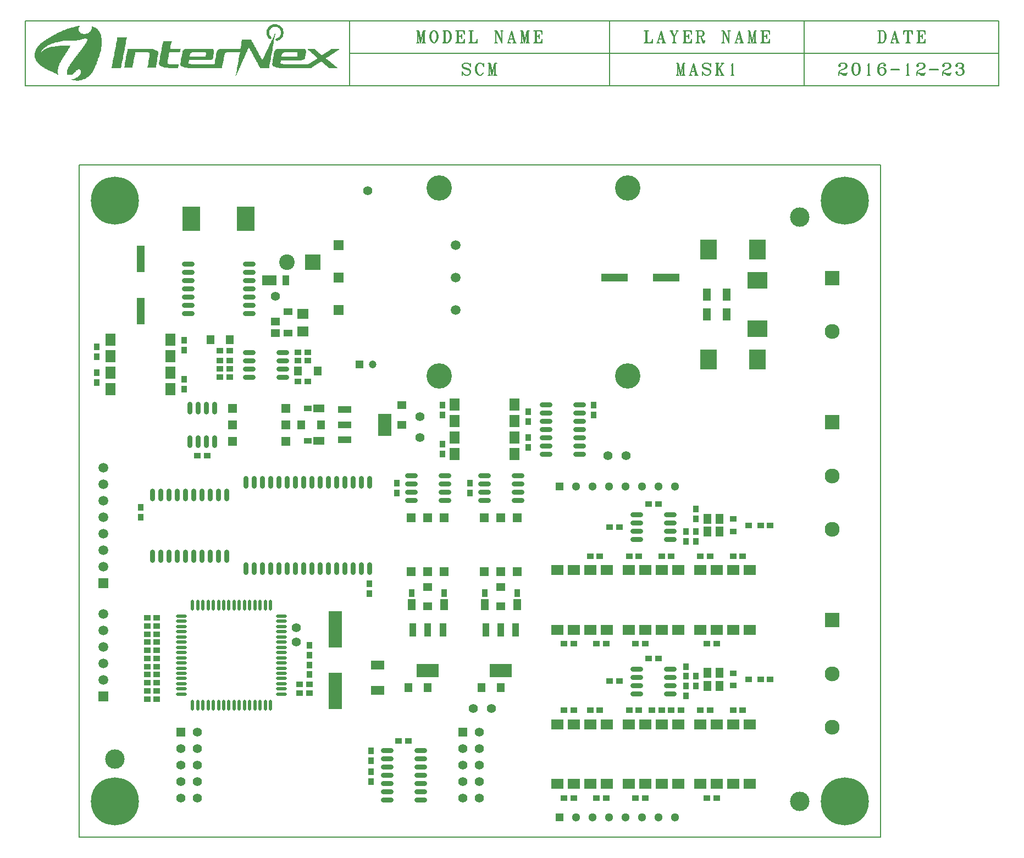
<source format=gbr>
%MOMM*%
%FSLAX33Y33*%
%ADD10C,0.203200*%
%ADD125C,0.200000*%
%ADD129R,1.500000X1.500000*%
%ADD130C,1.500000*%
%ADD131R,0.900000X1.000000*%
%ADD132R,1.620000X1.880000*%
%ADD133C,1.400000*%
%ADD134R,1.400000X1.400000*%
%ADD135R,1.000000X0.900000*%
%ADD136C,0.500000*%
%ADD137C,0.735000*%
%ADD138R,1.300000X4.100000*%
%ADD139R,2.800000X3.700000*%
%ADD140R,1.370000X1.370000*%
%ADD141R,1.300000X1.450000*%
%ADD142R,1.700000X1.600000*%
%ADD143R,1.320000X1.010000*%
%ADD144R,1.350000X1.200000*%
%ADD145R,1.000000X1.500000*%
%ADD146R,2.300000X1.500000*%
%ADD147C,2.400000*%
%ADD148R,2.100000X5.600000*%
%ADD149R,1.800000X1.200000*%
%ADD150R,1.150000X0.900000*%
%ADD151R,2.000000X1.100000*%
%ADD152R,2.400000X2.400000*%
%ADD153R,2.100000X1.400000*%
%ADD154R,1.450000X1.300000*%
%ADD155R,2.000000X3.400000*%
%ADD156R,1.200000X1.200000*%
%ADD158R,3.400000X2.000000*%
%ADD159R,1.100000X2.000000*%
%ADD160R,1.200000X1.800000*%
%ADD161R,0.900000X1.150000*%
%ADD162C,3.900000*%
%ADD163R,1.300000X1.300000*%
%ADD164R,1.880000X1.620000*%
%ADD166R,4.100000X1.300000*%
%ADD167R,1.200000X1.550000*%
%ADD168R,2.600000X3.100000*%
%ADD169R,1.300000X1.900000*%
%ADD170R,3.100000X2.600000*%
%ADD171C,2.300000*%
%ADD172R,2.300000X2.300000*%
%ADD173C,3.000000*%
%ADD174C,7.400000*%
%ADD175C,3.500000*%
%ADD225C,1.000000*%
%ADD226C,1.200000*%
%ADD227C,1.300000*%
G90*G71*G01*D02*G54D10*X0Y0D02*X123500Y0D01*X123500Y103500D01*
X0Y103500D01*X0Y0D01*D02*G54D125*X41700Y125700D02*
X-8300Y125700D01*X-8300Y115700D01*X41700Y115700D01*X41700Y120700D02*
X141700Y120700D01*X60246Y118927D02*X60350Y119170D01*X60350Y118655D01*
X60246Y118927D01*X60064Y119109D01*X59778Y119170D01*X59505Y119170D01*
X59232Y119109D01*X59050Y118927D01*X59050Y118655D01*X59141Y118503D01*
X59414Y118321D01*X59973Y118139D01*X60155Y118048D01*X60246Y117867D01*
X60246Y117624D01*X60155Y117442D01*X59141Y118655D02*X59232Y118503D01*
X59414Y118412D01*X59973Y118230D01*X60155Y118139D01*X60246Y117958D01*
X59232Y119109D02*X59141Y118927D01*X59141Y118745D01*X59232Y118564D01*
X59414Y118503D01*X59973Y118321D01*X60246Y118139D01*X60350Y117958D01*
X60350Y117715D01*X60246Y117533D01*X60155Y117442D01*X59882Y117352D01*
X59596Y117352D01*X59323Y117442D01*X59141Y117624D01*X59050Y117867D01*
X59050Y117352D01*X59141Y117624D01*X62259Y118927D02*X62350Y119170D01*
X62350Y118655D01*X62259Y118927D01*X62077Y119109D01*X61908Y119170D01*
X61648Y119170D01*X61388Y119109D01*X61219Y118927D01*X61128Y118745D01*
X61050Y118503D01*X61050Y118048D01*X61128Y117776D01*X61219Y117624D01*
X61388Y117442D01*X61648Y117352D01*X61908Y117352D01*X62077Y117442D01*
X62259Y117624D01*X62350Y117776D01*X61297Y118927D02*X61219Y118745D01*
X61128Y118503D01*X61128Y118048D01*X61219Y117776D01*X61297Y117624D01*
X61648Y119170D02*X61479Y119109D01*X61297Y118836D01*X61219Y118503D01*
X61219Y118048D01*X61297Y117715D01*X61479Y117442D01*X61648Y117352D01*
X63219Y119170D02*X63219Y117442D01*X63219Y119170D02*X63635Y117352D01*
X63284Y119170D02*X63635Y117624D01*X63336Y119170D02*X63687Y117624D01*
X64051Y119170D02*X63635Y117352D01*X64051Y119170D02*X64051Y117352D01*
X64103Y119109D02*X64103Y117442D01*X64168Y119170D02*X64168Y117352D01*
X63050Y119170D02*X63336Y119170D01*X64051Y119170D02*X64350Y119170D01*
X63050Y117352D02*X63401Y117352D01*X63869Y117352D02*X64350Y117352D01*
X63102Y119170D02*X63219Y119109D01*X64220Y119170D02*X64168Y119018D01*
X64285Y119170D02*X64168Y119109D01*X63219Y117442D02*X63102Y117352D01*
X63219Y117442D02*X63336Y117352D01*X64051Y117442D02*X63934Y117352D01*
X64051Y117533D02*X63986Y117352D01*X64168Y117533D02*X64220Y117352D01*
X64168Y117442D02*X64285Y117352D01*X52219Y124170D02*X52219Y122442D01*
X52219Y124170D02*X52635Y122352D01*X52284Y124170D02*X52635Y122624D01*
X52336Y124170D02*X52687Y122624D01*X53051Y124170D02*X52635Y122352D01*
X53051Y124170D02*X53051Y122352D01*X53103Y124109D02*X53103Y122442D01*
X53168Y124170D02*X53168Y122352D01*X52050Y124170D02*X52336Y124170D01*
X53051Y124170D02*X53350Y124170D01*X52050Y122352D02*X52401Y122352D01*
X52869Y122352D02*X53350Y122352D01*X52102Y124170D02*X52219Y124109D01*
X53220Y124170D02*X53168Y124018D01*X53285Y124170D02*X53168Y124109D01*
X52219Y122442D02*X52102Y122352D01*X52219Y122442D02*X52336Y122352D01*
X53051Y122442D02*X52934Y122352D01*X53051Y122533D02*X52986Y122352D01*
X53168Y122533D02*X53220Y122352D01*X53168Y122442D02*X53285Y122352D01*
X54609Y124170D02*X54375Y124109D01*X54206Y123927D01*X54128Y123745D01*
X54050Y123412D01*X54050Y123139D01*X54128Y122776D01*X54206Y122624D01*
X54375Y122442D01*X54609Y122352D01*X54778Y122352D01*X55025Y122442D01*
X55181Y122624D01*X55259Y122776D01*X55350Y123139D01*X55350Y123412D01*
X55259Y123745D01*X55181Y123927D01*X55025Y124109D01*X54778Y124170D01*
X54609Y124170D01*X54284Y123927D02*X54206Y123745D01*X54128Y123503D01*
X54128Y123048D01*X54206Y122776D01*X54284Y122624D01*X55103Y122624D02*
X55181Y122776D01*X55259Y123048D01*X55259Y123503D01*X55181Y123745D01*
X55103Y123927D01*X54609Y124170D02*X54453Y124109D01*X54284Y123836D01*
X54206Y123503D01*X54206Y123048D01*X54284Y122715D01*X54453Y122442D01*
X54609Y122352D01*X54778Y122352D02*X54934Y122442D01*X55103Y122715D01*
X55181Y123048D01*X55181Y123503D01*X55103Y123836D01*X54934Y124109D01*
X54778Y124170D01*X56271Y124170D02*X56271Y122352D01*X56349Y124109D02*
X56349Y122442D01*X56427Y124170D02*X56427Y122352D01*X56050Y124170D02*
X56804Y124170D01*X57038Y124109D01*X57194Y123927D01*X57272Y123745D01*
X57350Y123503D01*X57350Y123048D01*X57272Y122776D01*X57194Y122624D01*
X57038Y122442D01*X56804Y122352D01*X56050Y122352D01*X57116Y123927D02*
X57194Y123745D01*X57272Y123503D01*X57272Y123048D01*X57194Y122776D01*
X57116Y122624D01*X56804Y124170D02*X56960Y124109D01*X57116Y123836D01*
X57194Y123503D01*X57194Y123048D01*X57116Y122715D01*X56960Y122442D01*
X56804Y122352D01*X56115Y124170D02*X56271Y124109D01*X56193Y124170D02*
X56271Y124018D01*X56505Y124170D02*X56427Y124018D01*X56583Y124170D02*
X56427Y124109D01*X56271Y122442D02*X56115Y122352D01*X56271Y122533D02*
X56193Y122352D01*X56427Y122533D02*X56505Y122352D01*X56427Y122442D02*
X56583Y122352D01*X58284Y124170D02*X58284Y122352D01*X58362Y124109D02*
X58362Y122442D01*X58453Y124170D02*X58453Y122352D01*X58050Y124170D02*
X59350Y124170D01*X59350Y123655D01*X58453Y123321D02*X58934Y123321D01*
X58934Y123655D02*X58934Y122958D01*X58050Y122352D02*X59350Y122352D01*
X59350Y122867D01*X58128Y124170D02*X58284Y124109D01*X58206Y124170D02*
X58284Y124018D01*X58531Y124170D02*X58453Y124018D01*X58609Y124170D02*
X58453Y124109D01*X58934Y124170D02*X59350Y124109D01*X59103Y124170D02*
X59350Y124018D01*X59181Y124170D02*X59350Y123927D01*X59259Y124170D02*
X59350Y123655D01*X58934Y123655D02*X58856Y123321D01*X58934Y122958D01*
X58934Y123503D02*X58778Y123321D01*X58934Y123139D01*X58934Y123412D02*
X58609Y123321D01*X58934Y123230D01*X58284Y122442D02*X58128Y122352D01*
X58284Y122533D02*X58206Y122352D01*X58453Y122533D02*X58531Y122352D01*
X58453Y122442D02*X58609Y122352D01*X58934Y122352D02*X59350Y122442D01*
X59103Y122352D02*X59350Y122533D01*X59181Y122352D02*X59350Y122624D01*
X59259Y122352D02*X59350Y122867D01*X60310Y124170D02*X60310Y122352D01*
X60388Y124109D02*X60388Y122442D01*X60479Y124170D02*X60479Y122352D01*
X60050Y124170D02*X60739Y124170D01*X60050Y122352D02*X61350Y122352D01*
X61350Y122867D01*X60128Y124170D02*X60310Y124109D01*X60219Y124170D02*
X60310Y124018D01*X60570Y124170D02*X60479Y124018D01*X60648Y124170D02*
X60479Y124109D01*X60310Y122442D02*X60128Y122352D01*X60310Y122533D02*
X60219Y122352D01*X60479Y122533D02*X60570Y122352D01*X60479Y122442D02*
X60648Y122352D01*X60908Y122352D02*X61350Y122442D01*X61077Y122352D02*
X61350Y122533D01*X61168Y122352D02*X61350Y122624D01*X61259Y122352D02*
X61350Y122867D01*X64232Y124170D02*X64232Y122442D01*X64232Y124170D02*
X65142Y122352D01*X64310Y124170D02*X65077Y122624D01*X64362Y124170D02*
X65142Y122624D01*X65142Y124109D02*X65142Y122352D01*X64050Y124170D02*
X64362Y124170D01*X64960Y124170D02*X65350Y124170D01*X64050Y122352D02*
X64427Y122352D01*X64102Y124170D02*X64232Y124109D01*X65025Y124170D02*
X65142Y124109D01*X65285Y124170D02*X65142Y124109D01*X64232Y122442D02*
X64102Y122352D01*X64232Y122442D02*X64362Y122352D01*X66700Y124170D02*
X66193Y122442D01*X66622Y123927D02*X67051Y122352D01*X66700Y123927D02*
X67129Y122352D01*X66700Y124170D02*X67194Y122352D01*X66336Y122867D02*
X66986Y122867D01*X66050Y122352D02*X66479Y122352D01*X66843Y122352D02*
X67350Y122352D01*X66193Y122442D02*X66115Y122352D01*X66193Y122442D02*
X66336Y122352D01*X67051Y122442D02*X66908Y122352D01*X67051Y122533D02*
X66986Y122352D01*X67129Y122533D02*X67272Y122352D01*X68219Y124170D02*
X68219Y122442D01*X68219Y124170D02*X68635Y122352D01*X68284Y124170D02*
X68635Y122624D01*X68336Y124170D02*X68687Y122624D01*X69051Y124170D02*
X68635Y122352D01*X69051Y124170D02*X69051Y122352D01*X69103Y124109D02*
X69103Y122442D01*X69168Y124170D02*X69168Y122352D01*X68050Y124170D02*
X68336Y124170D01*X69051Y124170D02*X69350Y124170D01*X68050Y122352D02*
X68401Y122352D01*X68869Y122352D02*X69350Y122352D01*X68102Y124170D02*
X68219Y124109D01*X69220Y124170D02*X69168Y124018D01*X69285Y124170D02*
X69168Y124109D01*X68219Y122442D02*X68102Y122352D01*X68219Y122442D02*
X68336Y122352D01*X69051Y122442D02*X68934Y122352D01*X69051Y122533D02*
X68986Y122352D01*X69168Y122533D02*X69220Y122352D01*X69168Y122442D02*
X69285Y122352D01*X70284Y124170D02*X70284Y122352D01*X70362Y124109D02*
X70362Y122442D01*X70453Y124170D02*X70453Y122352D01*X70050Y124170D02*
X71350Y124170D01*X71350Y123655D01*X70453Y123321D02*X70934Y123321D01*
X70934Y123655D02*X70934Y122958D01*X70050Y122352D02*X71350Y122352D01*
X71350Y122867D01*X70128Y124170D02*X70284Y124109D01*X70206Y124170D02*
X70284Y124018D01*X70531Y124170D02*X70453Y124018D01*X70609Y124170D02*
X70453Y124109D01*X70934Y124170D02*X71350Y124109D01*X71103Y124170D02*
X71350Y124018D01*X71181Y124170D02*X71350Y123927D01*X71259Y124170D02*
X71350Y123655D01*X70934Y123655D02*X70856Y123321D01*X70934Y122958D01*
X70934Y123503D02*X70778Y123321D01*X70934Y123139D01*X70934Y123412D02*
X70609Y123321D01*X70934Y123230D01*X70284Y122442D02*X70128Y122352D01*
X70284Y122533D02*X70206Y122352D01*X70453Y122533D02*X70531Y122352D01*
X70453Y122442D02*X70609Y122352D01*X70934Y122352D02*X71350Y122442D01*
X71103Y122352D02*X71350Y122533D01*X71181Y122352D02*X71350Y122624D01*
X71259Y122352D02*X71350Y122867D01*X87310Y124170D02*X87310Y122352D01*
X87388Y124109D02*X87388Y122442D01*X87479Y124170D02*X87479Y122352D01*
X87050Y124170D02*X87739Y124170D01*X87050Y122352D02*X88350Y122352D01*
X88350Y122867D01*X87128Y124170D02*X87310Y124109D01*X87219Y124170D02*
X87310Y124018D01*X87570Y124170D02*X87479Y124018D01*X87648Y124170D02*
X87479Y124109D01*X87310Y122442D02*X87128Y122352D01*X87310Y122533D02*
X87219Y122352D01*X87479Y122533D02*X87570Y122352D01*X87479Y122442D02*
X87648Y122352D01*X87908Y122352D02*X88350Y122442D01*X88077Y122352D02*
X88350Y122533D01*X88168Y122352D02*X88350Y122624D01*X88259Y122352D02*
X88350Y122867D01*X89700Y124170D02*X89193Y122442D01*X89622Y123927D02*
X90051Y122352D01*X89700Y123927D02*X90129Y122352D01*X89700Y124170D02*
X90194Y122352D01*X89336Y122867D02*X89986Y122867D01*X89050Y122352D02*
X89479Y122352D01*X89843Y122352D02*X90350Y122352D01*X89193Y122442D02*
X89115Y122352D01*X89193Y122442D02*X89336Y122352D01*X90051Y122442D02*
X89908Y122352D01*X90051Y122533D02*X89986Y122352D01*X90129Y122533D02*
X90272Y122352D01*X91180Y124170D02*X91622Y123230D01*X91622Y122352D01*
X91245Y124170D02*X91687Y123230D01*X91687Y122442D01*X91297Y124170D02*
X91765Y123230D01*X91765Y122352D01*X92142Y124109D02*X91765Y123230D01*
X91050Y124170D02*X91505Y124170D01*X91947Y124170D02*X92350Y124170D01*
X91440Y122352D02*X91947Y122352D01*X91115Y124170D02*X91245Y124109D01*
X91440Y124170D02*X91297Y124109D01*X92025Y124170D02*X92142Y124109D01*
X92272Y124170D02*X92142Y124109D01*X91622Y122442D02*X91505Y122352D01*
X91622Y122533D02*X91557Y122352D01*X91765Y122533D02*X91817Y122352D01*
X91765Y122442D02*X91882Y122352D01*X93284Y124170D02*X93284Y122352D01*
X93362Y124109D02*X93362Y122442D01*X93453Y124170D02*X93453Y122352D01*
X93050Y124170D02*X94350Y124170D01*X94350Y123655D01*X93453Y123321D02*
X93934Y123321D01*X93934Y123655D02*X93934Y122958D01*X93050Y122352D02*
X94350Y122352D01*X94350Y122867D01*X93128Y124170D02*X93284Y124109D01*
X93206Y124170D02*X93284Y124018D01*X93531Y124170D02*X93453Y124018D01*
X93609Y124170D02*X93453Y124109D01*X93934Y124170D02*X94350Y124109D01*
X94103Y124170D02*X94350Y124018D01*X94181Y124170D02*X94350Y123927D01*
X94259Y124170D02*X94350Y123655D01*X93934Y123655D02*X93856Y123321D01*
X93934Y122958D01*X93934Y123503D02*X93778Y123321D01*X93934Y123139D01*
X93934Y123412D02*X93609Y123321D01*X93934Y123230D01*X93284Y122442D02*
X93128Y122352D01*X93284Y122533D02*X93206Y122352D01*X93453Y122533D02*
X93531Y122352D01*X93453Y122442D02*X93609Y122352D01*X93934Y122352D02*
X94350Y122442D01*X94103Y122352D02*X94350Y122533D01*X94181Y122352D02*
X94350Y122624D01*X94259Y122352D02*X94350Y122867D01*X95258Y124170D02*
X95258Y122352D01*X95336Y124109D02*X95336Y122442D01*X95401Y124170D02*
X95401Y122352D01*X95050Y124170D02*X95908Y124170D01*X96129Y124109D01*
X96194Y124018D01*X96272Y123836D01*X96272Y123655D01*X96194Y123503D01*
X96129Y123412D01*X95908Y123321D01*X95401Y123321D01*X96129Y124018D02*
X96194Y123836D01*X96194Y123655D01*X96129Y123503D01*X95908Y124170D02*
X96051Y124109D01*X96129Y123927D01*X96129Y123564D01*X96051Y123412D01*
X95908Y123321D01*X95687Y123321D02*X95843Y123230D01*X95908Y123048D01*
X96051Y122533D01*X96129Y122352D01*X96272Y122352D01*X96350Y122533D01*
X96350Y122715D01*X96051Y122715D02*X96129Y122533D01*X96194Y122442D01*
X96272Y122442D01*X95843Y123230D02*X95908Y123139D01*X96129Y122624D01*
X96194Y122533D01*X96272Y122533D01*X96350Y122624D01*X95050Y122352D02*
X95622Y122352D01*X95115Y124170D02*X95258Y124109D01*X95193Y124170D02*
X95258Y124018D01*X95479Y124170D02*X95401Y124018D01*X95544Y124170D02*
X95401Y124109D01*X95258Y122442D02*X95115Y122352D01*X95258Y122533D02*
X95193Y122352D01*X95401Y122533D02*X95479Y122352D01*X95401Y122442D02*
X95544Y122352D01*X99232Y124170D02*X99232Y122442D01*X99232Y124170D02*
X100142Y122352D01*X99310Y124170D02*X100077Y122624D01*X99362Y124170D02*
X100142Y122624D01*X100142Y124109D02*X100142Y122352D01*X99050Y124170D02*
X99362Y124170D01*X99960Y124170D02*X100350Y124170D01*X99050Y122352D02*
X99427Y122352D01*X99102Y124170D02*X99232Y124109D01*X100025Y124170D02*
X100142Y124109D01*X100285Y124170D02*X100142Y124109D01*X99232Y122442D02*
X99102Y122352D01*X99232Y122442D02*X99362Y122352D01*X101700Y124170D02*
X101193Y122442D01*X101622Y123927D02*X102051Y122352D01*X101700Y123927D02*
X102129Y122352D01*X101700Y124170D02*X102194Y122352D01*X101336Y122867D02*
X101986Y122867D01*X101050Y122352D02*X101479Y122352D01*X101843Y122352D02*
X102350Y122352D01*X101193Y122442D02*X101115Y122352D01*X101193Y122442D02*
X101336Y122352D01*X102051Y122442D02*X101908Y122352D01*X102051Y122533D02*
X101986Y122352D01*X102129Y122533D02*X102272Y122352D01*X103219Y124170D02*
X103219Y122442D01*X103219Y124170D02*X103635Y122352D01*X103284Y124170D02*
X103635Y122624D01*X103336Y124170D02*X103687Y122624D01*X104051Y124170D02*
X103635Y122352D01*X104051Y124170D02*X104051Y122352D01*X104103Y124109D02*
X104103Y122442D01*X104168Y124170D02*X104168Y122352D01*X103050Y124170D02*
X103336Y124170D01*X104051Y124170D02*X104350Y124170D01*X103050Y122352D02*
X103401Y122352D01*X103869Y122352D02*X104350Y122352D01*X103102Y124170D02*
X103219Y124109D01*X104220Y124170D02*X104168Y124018D01*X104285Y124170D02*
X104168Y124109D01*X103219Y122442D02*X103102Y122352D01*X103219Y122442D02*
X103336Y122352D01*X104051Y122442D02*X103934Y122352D01*X104051Y122533D02*
X103986Y122352D01*X104168Y122533D02*X104220Y122352D01*X104168Y122442D02*
X104285Y122352D01*X105284Y124170D02*X105284Y122352D01*X105362Y124109D02*
X105362Y122442D01*X105453Y124170D02*X105453Y122352D01*X105050Y124170D02*
X106350Y124170D01*X106350Y123655D01*X105453Y123321D02*X105934Y123321D01*
X105934Y123655D02*X105934Y122958D01*X105050Y122352D02*X106350Y122352D01*
X106350Y122867D01*X105128Y124170D02*X105284Y124109D01*X105206Y124170D02*
X105284Y124018D01*X105531Y124170D02*X105453Y124018D01*X105609Y124170D02*
X105453Y124109D01*X105934Y124170D02*X106350Y124109D01*X106103Y124170D02*
X106350Y124018D01*X106181Y124170D02*X106350Y123927D01*X106259Y124170D02*
X106350Y123655D01*X105934Y123655D02*X105856Y123321D01*X105934Y122958D01*
X105934Y123503D02*X105778Y123321D01*X105934Y123139D01*X105934Y123412D02*
X105609Y123321D01*X105934Y123230D01*X105284Y122442D02*X105128Y122352D01*
X105284Y122533D02*X105206Y122352D01*X105453Y122533D02*X105531Y122352D01*
X105453Y122442D02*X105609Y122352D01*X105934Y122352D02*X106350Y122442D01*
X106103Y122352D02*X106350Y122533D01*X106181Y122352D02*X106350Y122624D01*
X106259Y122352D02*X106350Y122867D01*X81700Y125700D02*X81700Y115700D01*
X41700Y125700D02*X141700Y125700D01*X141700Y115700D02*X41700Y115700D01*
X41700Y125700D02*X41700Y115700D01*X141700Y125700D02*X141700Y115700D01*
X111700Y125700D02*X111700Y115700D01*X123271Y124170D02*X123271Y122352D01*
X123349Y124109D02*X123349Y122442D01*X123427Y124170D02*X123427Y122352D01*
X123050Y124170D02*X123804Y124170D01*X124038Y124109D01*X124194Y123927D01*
X124272Y123745D01*X124350Y123503D01*X124350Y123048D01*X124272Y122776D01*
X124194Y122624D01*X124038Y122442D01*X123804Y122352D01*X123050Y122352D01*
X124116Y123927D02*X124194Y123745D01*X124272Y123503D01*X124272Y123048D01*
X124194Y122776D01*X124116Y122624D01*X123804Y124170D02*X123960Y124109D01*
X124116Y123836D01*X124194Y123503D01*X124194Y123048D01*X124116Y122715D01*
X123960Y122442D01*X123804Y122352D01*X123115Y124170D02*X123271Y124109D01*
X123193Y124170D02*X123271Y124018D01*X123505Y124170D02*X123427Y124018D01*
X123583Y124170D02*X123427Y124109D01*X123271Y122442D02*X123115Y122352D01*
X123271Y122533D02*X123193Y122352D01*X123427Y122533D02*X123505Y122352D01*
X123427Y122442D02*X123583Y122352D01*X125700Y124170D02*X125193Y122442D01*
X125622Y123927D02*X126051Y122352D01*X125700Y123927D02*X126129Y122352D01*
X125700Y124170D02*X126194Y122352D01*X125336Y122867D02*X125986Y122867D01*
X125050Y122352D02*X125479Y122352D01*X125843Y122352D02*X126350Y122352D01*
X125193Y122442D02*X125115Y122352D01*X125193Y122442D02*X125336Y122352D01*
X126051Y122442D02*X125908Y122352D01*X126051Y122533D02*X125986Y122352D01*
X126129Y122533D02*X126272Y122352D01*X127050Y124170D02*X127050Y123655D01*
X127609Y124170D02*X127609Y122352D01*X127700Y124109D02*X127700Y122442D01*
X127778Y124170D02*X127778Y122352D01*X128350Y124170D02*X128350Y123655D01*
X127050Y124170D02*X128350Y124170D01*X127375Y122352D02*X128012Y122352D01*
X127128Y124170D02*X127050Y123655D01*X127206Y124170D02*X127050Y123927D01*
X127284Y124170D02*X127050Y124018D01*X127453Y124170D02*X127050Y124109D01*
X127934Y124170D02*X128350Y124109D01*X128103Y124170D02*X128350Y124018D01*
X128181Y124170D02*X128350Y123927D01*X128259Y124170D02*X128350Y123655D01*
X127609Y122442D02*X127453Y122352D01*X127609Y122533D02*X127531Y122352D01*
X127778Y122533D02*X127856Y122352D01*X127778Y122442D02*X127934Y122352D01*
X129284Y124170D02*X129284Y122352D01*X129362Y124109D02*X129362Y122442D01*
X129453Y124170D02*X129453Y122352D01*X129050Y124170D02*X130350Y124170D01*
X130350Y123655D01*X129453Y123321D02*X129934Y123321D01*X129934Y123655D02*
X129934Y122958D01*X129050Y122352D02*X130350Y122352D01*X130350Y122867D01*
X129128Y124170D02*X129284Y124109D01*X129206Y124170D02*X129284Y124018D01*
X129531Y124170D02*X129453Y124018D01*X129609Y124170D02*X129453Y124109D01*
X129934Y124170D02*X130350Y124109D01*X130103Y124170D02*X130350Y124018D01*
X130181Y124170D02*X130350Y123927D01*X130259Y124170D02*X130350Y123655D01*
X129934Y123655D02*X129856Y123321D01*X129934Y122958D01*X129934Y123503D02*
X129778Y123321D01*X129934Y123139D01*X129934Y123412D02*X129609Y123321D01*
X129934Y123230D01*X129284Y122442D02*X129128Y122352D01*X129284Y122533D02*
X129206Y122352D01*X129453Y122533D02*X129531Y122352D01*X129453Y122442D02*
X129609Y122352D01*X129934Y122352D02*X130350Y122442D01*X130103Y122352D02*
X130350Y122533D01*X130181Y122352D02*X130350Y122624D01*X130259Y122352D02*
X130350Y122867D01*X117141Y118836D02*X117141Y118745D01*X117232Y118745D01*
X117232Y118836D01*X117141Y118836D01*X117141Y118927D02*X117232Y118927D01*
X117323Y118836D01*X117323Y118745D01*X117232Y118655D01*X117141Y118655D01*
X117050Y118745D01*X117050Y118836D01*X117141Y119018D01*X117232Y119109D01*
X117505Y119170D01*X117882Y119170D01*X118155Y119109D01*X118246Y119018D01*
X118350Y118836D01*X118350Y118655D01*X118246Y118503D01*X117973Y118321D01*
X117505Y118139D01*X117323Y118048D01*X117141Y117867D01*X117050Y117624D01*
X117050Y117352D01*X118155Y119018D02*X118246Y118836D01*X118246Y118655D01*
X118155Y118503D01*X117882Y119170D02*X118064Y119109D01*X118155Y118836D01*
X118155Y118655D01*X118064Y118503D01*X117882Y118321D01*X117505Y118139D01*
X117050Y117533D02*X117141Y117624D01*X117323Y117624D01*X117778Y117533D01*
X118155Y117533D01*X118350Y117624D01*X117323Y117624D02*X117778Y117442D01*
X118155Y117442D01*X118246Y117533D01*X117323Y117624D02*X117778Y117352D01*
X118155Y117352D01*X118246Y117442D01*X118350Y117624D01*X118350Y117776D01*
X119596Y119170D02*X119323Y119109D01*X119141Y118836D01*X119050Y118412D01*
X119050Y118139D01*X119141Y117715D01*X119323Y117442D01*X119596Y117352D01*
X119791Y117352D01*X120064Y117442D01*X120246Y117715D01*X120350Y118139D01*
X120350Y118412D01*X120246Y118836D01*X120064Y119109D01*X119791Y119170D01*
X119596Y119170D01*X119323Y119018D02*X119232Y118836D01*X119141Y118503D01*
X119141Y118048D01*X119232Y117715D01*X119323Y117533D01*X120064Y117533D02*
X120155Y117715D01*X120246Y118048D01*X120246Y118503D01*X120155Y118836D01*
X120064Y119018D01*X119596Y119170D02*X119414Y119109D01*X119323Y118927D01*
X119232Y118503D01*X119232Y118048D01*X119323Y117624D01*X119414Y117442D01*
X119596Y117352D01*X119791Y117352D02*X119973Y117442D01*X120064Y117624D01*
X120155Y118048D01*X120155Y118503D01*X120064Y118927D01*X119973Y119109D01*
X119791Y119170D01*X121635Y119018D02*X121635Y117352D01*X121687Y119018D02*
X121687Y117442D01*X121726Y119170D02*X121726Y117352D01*X121726Y119170D02*
X121596Y118927D01*X121518Y118836D01*X121479Y117352D02*X121895Y117352D01*
X121635Y117442D02*X121557Y117352D01*X121635Y117533D02*X121596Y117352D01*
X121726Y117533D02*X121765Y117352D01*X121726Y117442D02*X121804Y117352D01*
X124064Y118927D02*X124064Y118836D01*X124155Y118836D01*X124155Y118927D01*
X124064Y118927D01*X124155Y119018D02*X124064Y119018D01*X123973Y118927D01*
X123973Y118836D01*X124064Y118745D01*X124155Y118745D01*X124246Y118836D01*
X124246Y118927D01*X124155Y119109D01*X123973Y119170D01*X123700Y119170D01*
X123414Y119109D01*X123232Y118927D01*X123141Y118745D01*X123050Y118412D01*
X123050Y117867D01*X123141Y117624D01*X123323Y117442D01*X123596Y117352D01*
X123791Y117352D01*X124064Y117442D01*X124246Y117624D01*X124350Y117867D01*
X124350Y117958D01*X124246Y118230D01*X124064Y118412D01*X123791Y118503D01*
X123596Y118503D01*X123414Y118412D01*X123323Y118321D01*X123232Y118139D01*
X123323Y118927D02*X123232Y118745D01*X123141Y118412D01*X123141Y117867D01*
X123232Y117624D01*X123323Y117533D01*X124155Y117624D02*X124246Y117776D01*
X124246Y118048D01*X124155Y118230D01*X123700Y119170D02*X123505Y119109D01*
X123414Y119018D01*X123323Y118836D01*X123232Y118503D01*X123232Y117867D01*
X123323Y117624D01*X123414Y117442D01*X123596Y117352D01*X123791Y117352D02*
X123973Y117442D01*X124064Y117533D01*X124155Y117776D01*X124155Y118048D01*
X124064Y118321D01*X123973Y118412D01*X123791Y118503D01*X125050Y118230D02*
X126350Y118230D01*X126350Y118139D01*X125050Y118230D02*X125050Y118139D01*
X126350Y118139D01*X127635Y119018D02*X127635Y117352D01*X127687Y119018D02*
X127687Y117442D01*X127726Y119170D02*X127726Y117352D01*X127726Y119170D02*
X127596Y118927D01*X127518Y118836D01*X127479Y117352D02*X127895Y117352D01*
X127635Y117442D02*X127557Y117352D01*X127635Y117533D02*X127596Y117352D01*
X127726Y117533D02*X127765Y117352D01*X127726Y117442D02*X127804Y117352D01*
X129141Y118836D02*X129141Y118745D01*X129232Y118745D01*X129232Y118836D01*
X129141Y118836D01*X129141Y118927D02*X129232Y118927D01*X129323Y118836D01*
X129323Y118745D01*X129232Y118655D01*X129141Y118655D01*X129050Y118745D01*
X129050Y118836D01*X129141Y119018D01*X129232Y119109D01*X129505Y119170D01*
X129882Y119170D01*X130155Y119109D01*X130246Y119018D01*X130350Y118836D01*
X130350Y118655D01*X130246Y118503D01*X129973Y118321D01*X129505Y118139D01*
X129323Y118048D01*X129141Y117867D01*X129050Y117624D01*X129050Y117352D01*
X130155Y119018D02*X130246Y118836D01*X130246Y118655D01*X130155Y118503D01*
X129882Y119170D02*X130064Y119109D01*X130155Y118836D01*X130155Y118655D01*
X130064Y118503D01*X129882Y118321D01*X129505Y118139D01*X129050Y117533D02*
X129141Y117624D01*X129323Y117624D01*X129778Y117533D01*X130155Y117533D01*
X130350Y117624D01*X129323Y117624D02*X129778Y117442D01*X130155Y117442D01*
X130246Y117533D01*X129323Y117624D02*X129778Y117352D01*X130155Y117352D01*
X130246Y117442D01*X130350Y117624D01*X130350Y117776D01*X131050Y118230D02*
X132350Y118230D01*X132350Y118139D01*X131050Y118230D02*X131050Y118139D01*
X132350Y118139D01*X133141Y118836D02*X133141Y118745D01*X133232Y118745D01*
X133232Y118836D01*X133141Y118836D01*X133141Y118927D02*X133232Y118927D01*
X133323Y118836D01*X133323Y118745D01*X133232Y118655D01*X133141Y118655D01*
X133050Y118745D01*X133050Y118836D01*X133141Y119018D01*X133232Y119109D01*
X133505Y119170D01*X133882Y119170D01*X134155Y119109D01*X134246Y119018D01*
X134350Y118836D01*X134350Y118655D01*X134246Y118503D01*X133973Y118321D01*
X133505Y118139D01*X133323Y118048D01*X133141Y117867D01*X133050Y117624D01*
X133050Y117352D01*X134155Y119018D02*X134246Y118836D01*X134246Y118655D01*
X134155Y118503D01*X133882Y119170D02*X134064Y119109D01*X134155Y118836D01*
X134155Y118655D01*X134064Y118503D01*X133882Y118321D01*X133505Y118139D01*
X133050Y117533D02*X133141Y117624D01*X133323Y117624D01*X133778Y117533D01*
X134155Y117533D01*X134350Y117624D01*X133323Y117624D02*X133778Y117442D01*
X134155Y117442D01*X134246Y117533D01*X133323Y117624D02*X133778Y117352D01*
X134155Y117352D01*X134246Y117442D01*X134350Y117624D01*X134350Y117776D01*
X135141Y118836D02*X135141Y118745D01*X135232Y118745D01*X135232Y118836D01*
X135141Y118836D01*X135141Y118927D02*X135232Y118927D01*X135323Y118836D01*
X135323Y118745D01*X135232Y118655D01*X135141Y118655D01*X135050Y118745D01*
X135050Y118836D01*X135141Y119018D01*X135232Y119109D01*X135505Y119170D01*
X135882Y119170D01*X136155Y119109D01*X136246Y118927D01*X136246Y118655D01*
X136155Y118503D01*X135882Y118412D01*X136064Y119109D02*X136155Y118927D01*
X136155Y118655D01*X136064Y118503D01*X135791Y119170D02*X135973Y119109D01*
X136064Y118927D01*X136064Y118655D01*X135973Y118503D01*X135791Y118412D01*
X135596Y118412D02*X135882Y118412D01*X136064Y118321D01*X136246Y118139D01*
X136350Y117958D01*X136350Y117715D01*X136246Y117533D01*X136155Y117442D01*
X135882Y117352D01*X135505Y117352D01*X135232Y117442D01*X135141Y117533D01*
X135050Y117715D01*X135050Y117776D01*X135141Y117867D01*X135232Y117867D01*
X135323Y117776D01*X135323Y117715D01*X135232Y117624D01*X135141Y117624D01*
X136155Y118139D02*X136246Y117958D01*X136246Y117715D01*X136155Y117533D01*
X135791Y118412D02*X135973Y118321D01*X136064Y118230D01*X136155Y117958D01*
X136155Y117715D01*X136064Y117442D01*X135882Y117352D01*X135141Y117776D02*
X135141Y117715D01*X135232Y117715D01*X135232Y117776D01*X135141Y117776D01*
X92219Y119170D02*X92219Y117442D01*X92219Y119170D02*X92635Y117352D01*
X92284Y119170D02*X92635Y117624D01*X92336Y119170D02*X92687Y117624D01*
X93051Y119170D02*X92635Y117352D01*X93051Y119170D02*X93051Y117352D01*
X93103Y119109D02*X93103Y117442D01*X93168Y119170D02*X93168Y117352D01*
X92050Y119170D02*X92336Y119170D01*X93051Y119170D02*X93350Y119170D01*
X92050Y117352D02*X92401Y117352D01*X92869Y117352D02*X93350Y117352D01*
X92102Y119170D02*X92219Y119109D01*X93220Y119170D02*X93168Y119018D01*
X93285Y119170D02*X93168Y119109D01*X92219Y117442D02*X92102Y117352D01*
X92219Y117442D02*X92336Y117352D01*X93051Y117442D02*X92934Y117352D01*
X93051Y117533D02*X92986Y117352D01*X93168Y117533D02*X93220Y117352D01*
X93168Y117442D02*X93285Y117352D01*X94700Y119170D02*X94193Y117442D01*
X94622Y118927D02*X95051Y117352D01*X94700Y118927D02*X95129Y117352D01*
X94700Y119170D02*X95194Y117352D01*X94336Y117867D02*X94986Y117867D01*
X94050Y117352D02*X94479Y117352D01*X94843Y117352D02*X95350Y117352D01*
X94193Y117442D02*X94115Y117352D01*X94193Y117442D02*X94336Y117352D01*
X95051Y117442D02*X94908Y117352D01*X95051Y117533D02*X94986Y117352D01*
X95129Y117533D02*X95272Y117352D01*X97246Y118927D02*X97350Y119170D01*
X97350Y118655D01*X97246Y118927D01*X97064Y119109D01*X96778Y119170D01*
X96505Y119170D01*X96232Y119109D01*X96050Y118927D01*X96050Y118655D01*
X96141Y118503D01*X96414Y118321D01*X96973Y118139D01*X97155Y118048D01*
X97246Y117867D01*X97246Y117624D01*X97155Y117442D01*X96141Y118655D02*
X96232Y118503D01*X96414Y118412D01*X96973Y118230D01*X97155Y118139D01*
X97246Y117958D01*X96232Y119109D02*X96141Y118927D01*X96141Y118745D01*
X96232Y118564D01*X96414Y118503D01*X96973Y118321D01*X97246Y118139D01*
X97350Y117958D01*X97350Y117715D01*X97246Y117533D01*X97155Y117442D01*
X96882Y117352D01*X96596Y117352D01*X96323Y117442D01*X96141Y117624D01*
X96050Y117867D01*X96050Y117352D01*X96141Y117624D01*X98245Y119170D02*
X98245Y117352D01*X98323Y119109D02*X98323Y117442D01*X98388Y119170D02*
X98388Y117352D01*X99142Y119109D02*X98388Y118139D01*X98596Y118321D02*
X99064Y117352D01*X98661Y118321D02*X99142Y117352D01*X98661Y118503D02*
X99207Y117352D01*X98050Y119170D02*X98596Y119170D01*X98934Y119170D02*
X99350Y119170D01*X98050Y117352D02*X98596Y117352D01*X98869Y117352D02*
X99350Y117352D01*X98115Y119170D02*X98245Y119109D01*X98180Y119170D02*
X98245Y119018D01*X98453Y119170D02*X98388Y119018D01*X98518Y119170D02*
X98388Y119109D01*X99064Y119170D02*X99142Y119109D01*X99272Y119170D02*
X99142Y119109D01*X98245Y117442D02*X98115Y117352D01*X98245Y117533D02*
X98180Y117352D01*X98388Y117533D02*X98453Y117352D01*X98388Y117442D02*
X98518Y117352D01*X99064Y117533D02*X98934Y117352D01*X99064Y117533D02*
X99272Y117352D01*X100635Y119018D02*X100635Y117352D01*X100687Y119018D02*
X100687Y117442D01*X100726Y119170D02*X100726Y117352D01*X100726Y119170D02*
X100596Y118927D01*X100518Y118836D01*X100479Y117352D02*X100895Y117352D01*
X100635Y117442D02*X100557Y117352D01*X100635Y117533D02*X100596Y117352D01*
X100726Y117533D02*X100765Y117352D01*X100726Y117442D02*X100804Y117352D01*
X0Y0D02*D02*G54D129*X3750Y21650D03*X3750Y39110D03*
X40000Y81125D03*X40000Y86125D03*X40000Y91125D03*D02*G54D130*
X3750Y24190D03*X3750Y26730D03*X3750Y29270D03*X3750Y31810D03*
X3750Y34350D03*X3750Y41650D03*X3750Y44190D03*X3750Y46730D03*
X3750Y49270D03*X3750Y51810D03*X3750Y54350D03*X3750Y56890D03*
X58000Y81125D03*X58000Y86125D03*X58000Y91125D03*D02*G54D131*
X45000Y8500D03*X45000Y11750D03*X45000Y13250D03*X45000Y10000D03*
X35500Y25000D03*X93500Y21750D03*X93500Y23250D03*X93500Y24750D03*
X95000Y23250D03*X95000Y24750D03*X35500Y26500D03*X35500Y28000D03*
X35500Y29500D03*X93500Y26250D03*X44750Y37500D03*X44750Y39000D03*
X93500Y47000D03*X93500Y45500D03*X95000Y49000D03*X95000Y47000D03*
X95000Y45500D03*X9500Y50750D03*X9500Y49250D03*X49000Y54500D03*
X49000Y53000D03*X60250Y54500D03*X60250Y53000D03*X95000Y50500D03*
X56000Y59000D03*X69250Y60000D03*X56000Y65000D03*X56000Y60500D03*
X69250Y61500D03*X69250Y64000D03*X69250Y65500D03*X79250Y65000D03*
X2750Y71500D03*X2750Y70000D03*X16250Y69000D03*X16250Y70500D03*
X56000Y66500D03*X79250Y66500D03*X2750Y74000D03*X2750Y75500D03*
X16250Y76500D03*X16250Y75000D03*D02*G54D132*X57900Y58940D03*
X67100Y58940D03*X57900Y66560D03*X57900Y64020D03*X57900Y61480D03*
X67100Y61480D03*X67100Y64020D03*X67100Y66560D03*X4900Y71480D03*
X4900Y68940D03*X14100Y68940D03*X14100Y71480D03*X4900Y76560D03*
X4900Y74020D03*X14100Y74020D03*X14100Y76560D03*D02*G54D133*
X15660Y6000D03*X15660Y8540D03*X18200Y6000D03*X18200Y8540D03*
X59160Y6000D03*X59160Y8540D03*X61700Y6000D03*X61700Y8540D03*
X15660Y11080D03*X15660Y13620D03*X18200Y11080D03*X18200Y13620D03*
X59160Y11080D03*X59160Y13620D03*X61700Y11080D03*X61700Y13620D03*
X18200Y16160D03*X61700Y16160D03*X60750Y19750D03*X63500Y19750D03*
X33500Y30000D03*X33500Y32250D03*X81500Y58750D03*X84250Y58750D03*
X52500Y64750D03*X52500Y61500D03*X30250Y83250D03*X44500Y99500D03*D02*
G54D134*X15660Y16160D03*X59160Y16160D03*D02*G54D135*X74750Y6000D03*
X81250Y6000D03*X79750Y6000D03*X76250Y6000D03*X87250Y6000D03*
X85750Y6000D03*X98250Y6000D03*X96750Y6000D03*X50750Y14750D03*
X49250Y14750D03*X74750Y19500D03*X78750Y19500D03*X80250Y19500D03*
X76250Y19500D03*X84750Y19500D03*X86250Y19500D03*X91250Y19500D03*
X88250Y19500D03*X89750Y19500D03*X95750Y19500D03*X97250Y19500D03*
X92750Y19500D03*X100750Y19500D03*X102250Y19500D03*X12000Y22500D03*
X10500Y22500D03*X12000Y21250D03*X10500Y21250D03*X10500Y25000D03*
X12000Y25000D03*X10500Y23750D03*X12000Y23750D03*X34000Y23500D03*
X34000Y22125D03*X35500Y23500D03*X35500Y22125D03*X83250Y24000D03*
X81750Y24000D03*X100825Y23300D03*X100825Y25200D03*X106500Y24250D03*
X105000Y24250D03*X103175Y24250D03*X10500Y31250D03*X12000Y31250D03*
X10500Y30000D03*X12000Y30000D03*X10500Y28750D03*X12000Y28750D03*
X10500Y27500D03*X12000Y27500D03*X10500Y26250D03*X12000Y26250D03*
X74750Y29750D03*X81250Y29750D03*X79750Y29750D03*X76250Y29750D03*
X89250Y27500D03*X87750Y27500D03*X87250Y29750D03*X85750Y29750D03*
X98250Y29750D03*X96750Y29750D03*X12000Y33750D03*X10500Y33750D03*
X12000Y32500D03*X10500Y32500D03*X83250Y47750D03*X81750Y47750D03*
X78750Y43250D03*X80250Y43250D03*X84750Y43250D03*X86250Y43250D03*
X91250Y43250D03*X89750Y43250D03*X95750Y43250D03*X97250Y43250D03*
X100750Y43250D03*X100825Y47050D03*X100825Y48950D03*X102250Y43250D03*
X106500Y48000D03*X105000Y48000D03*X103175Y48000D03*X89250Y51250D03*
X87750Y51250D03*X18250Y58750D03*X19750Y58750D03*X23250Y70875D03*
X21750Y70875D03*X33750Y70125D03*X35250Y70125D03*X23250Y74875D03*
X21750Y74875D03*X21750Y72125D03*X23250Y72125D03*X23250Y73375D03*
X21750Y73375D03*X33750Y73375D03*X33750Y74625D03*X35250Y73375D03*
X35250Y74625D03*D02*G54D136*X17500Y20900D02*X17500Y19700D01*
X18300Y20900D02*X18300Y19700D01*X19100Y20900D02*X19100Y19700D01*
X19900Y20900D02*X19900Y19700D01*X20700Y20900D02*X20700Y19700D01*
X21500Y20900D02*X21500Y19700D01*X22300Y20900D02*X22300Y19700D01*
X23100Y20900D02*X23100Y19700D01*X23900Y20900D02*X23900Y19700D01*
X24700Y20900D02*X24700Y19700D01*X25500Y20900D02*X25500Y19700D01*
X26300Y20900D02*X26300Y19700D01*X27100Y20900D02*X27100Y19700D01*
X27900Y20900D02*X27900Y19700D01*X28700Y20900D02*X28700Y19700D01*
X29500Y20900D02*X29500Y19700D01*X16400Y25200D02*X15200Y25200D01*
X16400Y24400D02*X15200Y24400D01*X16400Y23600D02*X15200Y23600D01*
X16400Y22800D02*X15200Y22800D01*X16400Y22000D02*X15200Y22000D01*
X31800Y22000D02*X30600Y22000D01*X31800Y22800D02*X30600Y22800D01*
X31800Y23600D02*X30600Y23600D01*X31800Y24400D02*X30600Y24400D01*
X31800Y25200D02*X30600Y25200D01*X16400Y31600D02*X15200Y31600D01*
X16400Y30800D02*X15200Y30800D01*X16400Y30000D02*X15200Y30000D01*
X16400Y29200D02*X15200Y29200D01*X16400Y28400D02*X15200Y28400D01*
X16400Y27600D02*X15200Y27600D01*X16400Y26800D02*X15200Y26800D01*
X16400Y26000D02*X15200Y26000D01*X31800Y26000D02*X30600Y26000D01*
X31800Y26800D02*X30600Y26800D01*X31800Y27600D02*X30600Y27600D01*
X31800Y28400D02*X30600Y28400D01*X31800Y29200D02*X30600Y29200D01*
X31800Y30000D02*X30600Y30000D01*X31800Y30800D02*X30600Y30800D01*
X31800Y31600D02*X30600Y31600D01*X16400Y34000D02*X15200Y34000D01*
X16400Y33200D02*X15200Y33200D01*X16400Y32400D02*X15200Y32400D01*
X25500Y36300D02*X25500Y35100D01*X24700Y36300D02*X24700Y35100D01*
X23900Y36300D02*X23900Y35100D01*X23100Y36300D02*X23100Y35100D01*
X22300Y36300D02*X22300Y35100D01*X21500Y36300D02*X21500Y35100D01*
X20700Y36300D02*X20700Y35100D01*X19900Y36300D02*X19900Y35100D01*
X19100Y36300D02*X19100Y35100D01*X18300Y36300D02*X18300Y35100D01*
X17500Y36300D02*X17500Y35100D01*X29500Y36300D02*X29500Y35100D01*
X28700Y36300D02*X28700Y35100D01*X27900Y36300D02*X27900Y35100D01*
X27100Y36300D02*X27100Y35100D01*X26300Y36300D02*X26300Y35100D01*
X31800Y32400D02*X30600Y32400D01*X31800Y33200D02*X30600Y33200D01*
X31800Y34000D02*X30600Y34000D01*D02*G54D137*X46818Y8230D02*
X48018Y8230D01*X46818Y6960D02*X48018Y6960D01*X46818Y5690D02*
X48018Y5690D01*X51983Y5690D02*X53183Y5690D01*X51983Y6960D02*
X53183Y6960D01*X51983Y8230D02*X53183Y8230D01*X46818Y13310D02*
X48018Y13310D01*X46818Y12040D02*X48018Y12040D01*X46818Y10770D02*
X48018Y10770D01*X46818Y9500D02*X48018Y9500D01*X51983Y9500D02*
X53183Y9500D01*X51983Y10770D02*X53183Y10770D01*X51983Y12040D02*
X53183Y12040D01*X51983Y13310D02*X53183Y13310D01*X90483Y25905D02*
X91683Y25905D01*X90483Y24635D02*X91683Y24635D01*X90483Y23365D02*
X91683Y23365D01*X90483Y22095D02*X91683Y22095D01*X85318Y22095D02*
X86518Y22095D01*X85318Y23365D02*X86518Y23365D01*X85318Y24635D02*
X86518Y24635D01*X85318Y25905D02*X86518Y25905D01*X11285Y42668D02*
X11285Y43868D01*X12555Y42668D02*X12555Y43868D01*X13825Y42668D02*
X13825Y43868D01*X15095Y42668D02*X15095Y43868D01*X16365Y42668D02*
X16365Y43868D01*X17635Y42668D02*X17635Y43868D01*X18905Y42668D02*
X18905Y43868D01*X20175Y42668D02*X20175Y43868D01*X21445Y42668D02*
X21445Y43868D01*X22715Y42668D02*X22715Y43868D01*X25725Y41933D02*
X25725Y40768D01*X26995Y41933D02*X26995Y40768D01*X28265Y41933D02*
X28265Y40768D01*X29535Y41933D02*X29535Y40768D01*X30805Y41933D02*
X30805Y40768D01*X32075Y41933D02*X32075Y40768D01*X33345Y41933D02*
X33345Y40768D01*X34615Y41933D02*X34615Y40768D01*X35885Y41933D02*
X35885Y40768D01*X37155Y41933D02*X37155Y40768D01*X38425Y41933D02*
X38425Y40768D01*X39695Y41933D02*X39695Y40768D01*X40965Y41933D02*
X40965Y40768D01*X42235Y41933D02*X42235Y40768D01*X43505Y41933D02*
X43505Y40768D01*X44775Y41933D02*X44775Y40768D01*X90483Y48385D02*
X91683Y48385D01*X90483Y47115D02*X91683Y47115D01*X90483Y45845D02*
X91683Y45845D01*X85318Y45845D02*X86518Y45845D01*X85318Y47115D02*
X86518Y47115D01*X85318Y48385D02*X86518Y48385D01*X11285Y52133D02*
X11285Y53333D01*X12555Y52133D02*X12555Y53333D01*X13825Y52133D02*
X13825Y53333D01*X15095Y52133D02*X15095Y53333D01*X16365Y52133D02*
X16365Y53333D01*X17635Y52133D02*X17635Y53333D01*X18905Y52133D02*
X18905Y53333D01*X20175Y52133D02*X20175Y53333D01*X21445Y52133D02*
X21445Y53333D01*X22715Y52133D02*X22715Y53333D01*X25725Y55233D02*
X25725Y54068D01*X33345Y55233D02*X33345Y54068D01*X32075Y55233D02*
X32075Y54068D01*X30805Y55233D02*X30805Y54068D01*X29535Y55233D02*
X29535Y54068D01*X28265Y55233D02*X28265Y54068D01*X26995Y55233D02*
X26995Y54068D01*X42235Y55233D02*X42235Y54068D01*X40965Y55233D02*
X40965Y54068D01*X39695Y55233D02*X39695Y54068D01*X38425Y55233D02*
X38425Y54068D01*X37155Y55233D02*X37155Y54068D01*X35885Y55233D02*
X35885Y54068D01*X34615Y55233D02*X34615Y54068D01*X51768Y51845D02*
X50568Y51845D01*X51768Y53115D02*X50568Y53115D01*X51768Y54385D02*
X50568Y54385D01*X44775Y55233D02*X44775Y54068D01*X43505Y55233D02*
X43505Y54068D01*X56933Y54385D02*X55733Y54385D01*X56933Y53115D02*
X55733Y53115D01*X56933Y51845D02*X55733Y51845D01*X63018Y51845D02*
X61818Y51845D01*X63018Y53115D02*X61818Y53115D01*X63018Y54385D02*
X61818Y54385D01*X68183Y54385D02*X66983Y54385D01*X68183Y53115D02*
X66983Y53115D01*X68183Y51845D02*X66983Y51845D01*X90483Y49655D02*
X91683Y49655D01*X85318Y49655D02*X86518Y49655D01*X17095Y61518D02*
X17095Y60318D01*X20905Y61518D02*X20905Y60318D01*X19635Y61518D02*
X19635Y60318D01*X18365Y61518D02*X18365Y60318D01*X51768Y55655D02*
X50568Y55655D01*X56933Y55655D02*X55733Y55655D01*X63018Y55655D02*
X61818Y55655D01*X68183Y55655D02*X66983Y55655D01*X71318Y60210D02*
X72518Y60210D01*X71318Y58940D02*X72518Y58940D01*X76483Y58940D02*
X77683Y58940D01*X76483Y60210D02*X77683Y60210D01*X17095Y66683D02*
X17095Y65483D01*X18365Y66683D02*X18365Y65483D01*X19635Y66683D02*
X19635Y65483D01*X20905Y66683D02*X20905Y65483D01*X71318Y65290D02*
X72518Y65290D01*X71318Y64020D02*X72518Y64020D01*X71318Y62750D02*
X72518Y62750D01*X71318Y61480D02*X72518Y61480D01*X76483Y61480D02*
X77683Y61480D01*X76483Y62750D02*X77683Y62750D01*X76483Y64020D02*
X77683Y64020D01*X76483Y65290D02*X77683Y65290D01*X26768Y70845D02*
X25568Y70845D01*X31933Y70845D02*X30733Y70845D01*X71318Y66560D02*
X72518Y66560D01*X76483Y66560D02*X77683Y66560D01*X26768Y72115D02*
X25568Y72115D01*X26768Y73385D02*X25568Y73385D01*X26768Y74655D02*
X25568Y74655D01*X31933Y74655D02*X30733Y74655D01*X31933Y73385D02*
X30733Y73385D01*X31933Y72115D02*X30733Y72115D01*X16168Y83230D02*
X17368Y83230D01*X16168Y81960D02*X17368Y81960D01*X16168Y80690D02*
X17368Y80690D01*X25633Y80690D02*X26833Y80690D01*X25633Y81960D02*
X26833Y81960D01*X25633Y83230D02*X26833Y83230D01*X16168Y88310D02*
X17368Y88310D01*X16168Y87040D02*X17368Y87040D01*X16168Y85770D02*
X17368Y85770D01*X16168Y84500D02*X17368Y84500D01*X25633Y84500D02*
X26833Y84500D01*X25633Y85770D02*X26833Y85770D01*X25633Y87040D02*
X26833Y87040D01*X25633Y88310D02*X26833Y88310D01*D02*G54D138*
X9500Y81000D03*X9500Y89000D03*D02*G54D139*X17350Y95250D03*
X25650Y95250D03*D02*G54D140*X51210Y40870D03*X53750Y40870D03*
X56290Y40870D03*X62460Y40870D03*X65000Y40870D03*X67540Y40870D03*
X56290Y49130D03*X53750Y49130D03*X51210Y49130D03*X67540Y49130D03*
X65000Y49130D03*X62460Y49130D03*X23620Y66040D03*X23620Y63500D03*
X23620Y60960D03*X31880Y60960D03*X31880Y63500D03*X31880Y66040D03*D02*
G54D141*X50750Y23000D03*X53750Y23000D03*X65000Y23000D03*X62000Y23000D03*
X34250Y63500D03*X37250Y63500D03*X33750Y71750D03*X36750Y71750D03*
X20250Y76625D03*X23250Y76625D03*D02*G54D142*X34500Y77900D03*
X34500Y80600D03*D02*G54D143*X32250Y77600D03*X32250Y80900D03*D02*G54D144*
X30250Y77575D03*X30250Y79425D03*D02*G54D145*X31850Y85750D03*D02*G54D146*
X29300Y85750D03*D02*G54D147*X32020Y88500D03*D02*G54D148*X39500Y22500D03*
X39500Y32000D03*D02*G54D149*X36950Y66000D03*X36950Y61000D03*D02*G54D150*
X35225Y66000D03*X35225Y61000D03*D02*G54D151*X40900Y65800D03*
X40900Y61200D03*X40900Y63500D03*D02*G54D152*X35980Y88500D03*D02*G54D153*
X46000Y22550D03*X46000Y26450D03*D02*G54D154*X53750Y35500D03*
X65000Y35500D03*X53750Y38500D03*X65000Y38500D03*X49750Y63500D03*
X49750Y66500D03*D02*G54D155*X47100Y63500D03*D02*G54D156*X43250Y72750D03*
D02*G54D158*X53750Y25650D03*X65000Y25650D03*D02*G54D159*X56050Y31850D03*
X51450Y31850D03*X53750Y31850D03*X67300Y31850D03*X62700Y31850D03*
X65000Y31850D03*D02*G54D160*X56250Y35800D03*X51250Y35800D03*
X67500Y35800D03*X62500Y35800D03*D02*G54D161*X56250Y37525D03*
X51250Y37525D03*X67500Y37525D03*X62500Y37525D03*D02*G54D162*
X55500Y71000D03*X84500Y71000D03*X55500Y100000D03*X84500Y100000D03*D02*
G54D163*X74000Y3000D03*X74000Y54000D03*D02*G54D164*X73690Y8150D03*
X76230Y8150D03*X78770Y8150D03*X81310Y8150D03*X84690Y8150D03*
X87230Y8150D03*X89770Y8150D03*X92310Y8150D03*X95690Y8150D03*
X98230Y8150D03*X100770Y8150D03*X103310Y8150D03*X76230Y17350D03*
X73690Y17350D03*X81310Y17350D03*X78770Y17350D03*X84690Y17350D03*
X92310Y17350D03*X89770Y17350D03*X87230Y17350D03*X100770Y17350D03*
X98230Y17350D03*X95690Y17350D03*X103310Y17350D03*X73690Y31900D03*
X76230Y31900D03*X78770Y31900D03*X81310Y31900D03*X84690Y31900D03*
X87230Y31900D03*X89770Y31900D03*X92310Y31900D03*X95690Y31900D03*
X98230Y31900D03*X100770Y31900D03*X103310Y31900D03*X76230Y41100D03*
X73690Y41100D03*X81310Y41100D03*X78770Y41100D03*X84690Y41100D03*
X92310Y41100D03*X89770Y41100D03*X87230Y41100D03*X100770Y41100D03*
X98230Y41100D03*X95690Y41100D03*X103310Y41100D03*D02*G54D166*
X82500Y86125D03*X90500Y86125D03*D02*G54D167*X96825Y25250D03*
X98675Y25250D03*X96825Y23250D03*X98675Y23250D03*X96825Y49000D03*
X98675Y49000D03*X96825Y47000D03*X98675Y47000D03*D02*G54D168*
X97000Y73500D03*X104500Y73500D03*X97000Y90500D03*X104500Y90500D03*D02*
G54D169*X96750Y80500D03*X99750Y80500D03*X96750Y83500D03*X99750Y83500D03*
D02*G54D170*X104500Y78250D03*X104500Y85750D03*D02*G54D171*X116000Y16900D03*
X116000Y25150D03*X116000Y47375D03*X116000Y55625D03*X116000Y77855D03*D02*
G54D172*X116000Y33400D03*X116000Y63875D03*X116000Y86105D03*D02*G54D173*
X5500Y12000D03*X111000Y95500D03*X111000Y5500D03*X5500Y12000D03*
X111000Y95500D03*X111000Y5500D03*D02*G54D174*X5500Y5500D03*
X118000Y5500D03*X5500Y98000D03*X118000Y98000D03*D02*G54D175*
X5500Y5500D03*X118000Y5500D03*X5500Y98000D03*X118000Y98000D03*D02*
G54D225*X5500Y2700D03*X118000Y2700D03*X8300Y5500D03*X7480Y7480D03*
X5500Y8300D03*X3520Y7480D03*X2700Y5500D03*X3520Y3520D03*
X7480Y3520D03*X116020Y7480D03*X115200Y5500D03*X116020Y3520D03*
X120800Y5500D03*X119980Y7480D03*X118000Y8300D03*X119980Y3520D03*
X8300Y98000D03*X7480Y99980D03*X3520Y99980D03*X2700Y98000D03*
X3520Y96020D03*X5500Y95200D03*X7480Y96020D03*X116020Y99980D03*
X115200Y98000D03*X116020Y96020D03*X120800Y98000D03*X119980Y99980D03*
X118000Y95200D03*X119980Y96020D03*X5500Y100800D03*X118000Y100800D03*D02*
G54D226*X45250Y72750D03*D02*G54D227*X76540Y3000D03*X79080Y3000D03*
X81620Y3000D03*X84160Y3000D03*X86700Y3000D03*X89240Y3000D03*
X91780Y3000D03*X76540Y54000D03*X79080Y54000D03*X81620Y54000D03*
X84160Y54000D03*X86700Y54000D03*X89240Y54000D03*X91780Y54000D03*
G36*X29739Y118939D02*X29739Y119186D01*X29801Y119186D01*X29801Y119556D01*
X29863Y119556D01*X29863Y119618D01*X31097Y119618D01*X31097Y119433D01*
X31097Y119310D01*X31036Y119310D01*X31036Y119186D01*X31097Y119186D01*
X31097Y119124D01*X31221Y119124D01*X31221Y119063D01*X31406Y119063D01*
X31406Y119001D01*X36591Y119001D01*X36591Y118939D01*X36467Y118939D01*
X36467Y118877D01*X36405Y118877D01*X36405Y118816D01*X36282Y118816D01*
X36282Y118754D01*X36220Y118754D01*X36220Y118692D01*X36097Y118692D01*
X36097Y118631D01*X36035Y118631D01*X36035Y118569D01*X35912Y118569D01*
X35912Y118507D01*X35850Y118507D01*X35850Y118445D01*X30789Y118445D01*
X30789Y118507D01*X30357Y118507D01*X30357Y118569D01*X30171Y118569D01*
X30171Y118631D01*X29986Y118631D01*X29986Y118692D01*X29925Y118692D01*
X29925Y118754D01*X29863Y118754D01*X29863Y118816D01*X29801Y118816D01*
X29801Y118939D01*X29739Y118939D01*G37*G36*X29863Y119618D02*X29863Y119865D01*
X29925Y119865D01*X29925Y120174D01*X29986Y120174D01*X29986Y120482D01*
X30048Y120482D01*X30048Y120791D01*X30110Y120791D01*X30110Y121038D01*
X30171Y121038D01*X30171Y121161D01*X30233Y121161D01*X30233Y121223D01*
X30295Y121223D01*X30295Y121285D01*X30418Y121285D01*X30418Y121346D01*
X30665Y121346D01*X30665Y121408D01*X34677Y121408D01*X34677Y121346D01*
X34801Y121346D01*X34801Y121285D01*X34924Y121285D01*X34924Y121161D01*
X34986Y121161D01*X34986Y120729D01*X34924Y120729D01*X34924Y120297D01*
X34862Y120297D01*X34862Y120235D01*X33628Y120235D01*X33628Y120421D01*
X33690Y120421D01*X33690Y120791D01*X33628Y120791D01*X33628Y120853D01*
X31591Y120853D01*X31591Y120791D01*X31468Y120791D01*X31468Y120729D01*
X31406Y120729D01*X31406Y120667D01*X31344Y120667D01*X31344Y120606D01*
X31282Y120606D01*X31282Y120421D01*X31221Y120421D01*X31221Y120235D01*
X34862Y120235D01*X34862Y120112D01*X34862Y119988D01*X34801Y119988D01*
X34801Y119865D01*X34739Y119865D01*X34739Y119803D01*X34677Y119803D01*
X34677Y119742D01*X34554Y119742D01*X34554Y119680D01*X34307Y119680D01*
X34307Y119618D01*X29863Y119618D01*G37*G36*X-6800Y120027D02*
X-6738Y120027D01*X-6738Y119842D01*X-6677Y119842D01*X-6677Y119718D01*
X-6615Y119718D01*X-6615Y119595D01*X-6553Y119595D01*X-6553Y119471D01*
X-6491Y119471D01*X-6491Y119409D01*X-6430Y119409D01*X-6430Y119286D01*
X-6368Y119286D01*X-6368Y119224D01*X-6306Y119224D01*X-6306Y119163D01*
X-6245Y119163D01*X-6245Y119101D01*X-6183Y119101D01*X-6183Y119039D01*
X-6121Y119039D01*X-6121Y118977D01*X-6059Y118977D01*X-6059Y118916D01*
X-5936Y118916D01*X-5936Y118854D01*X-5874Y118854D01*X-5874Y118792D01*
X-5813Y118792D01*X-5813Y118730D01*X-5689Y118730D01*X-5689Y118669D01*
X-5627Y118669D01*X-5627Y118607D01*X-5504Y118607D01*X-5504Y118545D01*
X-5442Y118545D01*X-5442Y118484D01*X-5319Y118484D01*X-5319Y118422D01*
X-5257Y118422D01*X-5257Y118360D01*X-5133Y118360D01*X-5133Y118298D01*
X-5011Y118298D01*X-5011Y118237D01*X-4886Y118237D01*X-4886Y118175D01*
X-4764Y118175D01*X-4764Y118113D01*X-4640Y118113D01*X-4640Y118051D01*
X-4517Y118051D01*X-4517Y117989D01*X-4394Y117989D01*X-4394Y117928D01*
X-4270Y117928D01*X-4270Y117866D01*X-4146Y117866D01*X-4146Y117805D01*
X-3962Y117805D01*X-3962Y117742D01*X-3899Y117742D01*X-3899Y117681D01*
X-3713Y117681D01*X-3713Y117619D01*X-3590Y117619D01*X-3590Y117558D01*
X-3467Y117558D01*X-3467Y117496D01*X-3344Y117496D01*X-3344Y117434D01*
X-3219Y117434D01*X-3219Y117558D01*X-3281Y117558D01*X-3281Y118239D01*
X-3219Y118239D01*X-3219Y118482D01*X-3159Y118482D01*X-3159Y118670D01*
X-3096Y118670D01*X-3096Y118855D01*X-3035Y118855D01*X-3035Y118977D01*
X-2971Y118977D01*X-2971Y119162D01*X-2910Y119162D01*X-2910Y119286D01*
X-2850Y119286D01*X-2850Y119347D01*X-2786Y119347D01*X-2786Y119472D01*
X-2726Y119472D01*X-2726Y119595D01*X-2664Y119595D01*X-2664Y119718D01*
X-2602Y119718D01*X-2602Y119842D01*X-2539Y119842D01*X-2539Y119904D01*
X-2480Y119904D01*X-2480Y120027D01*X-2420Y120027D01*X-2420Y120089D01*
X-2354Y120089D01*X-2354Y120211D01*X-2294Y120211D01*X-2294Y120274D01*
X-2233Y120274D01*X-2233Y120398D01*X-2170Y120398D01*X-2170Y120459D01*
X-2109Y120459D01*X-2109Y120582D01*X-2049Y120582D01*X-2049Y120705D01*
X-1987Y120705D01*X-1987Y120768D01*X-1923Y120768D01*X-1923Y120890D01*
X-1862Y120890D01*X-1862Y120952D01*X-1799Y120952D01*X-1799Y121075D01*
X-1738Y121075D01*X-1738Y121137D01*X-1676Y121137D01*X-1676Y121260D01*
X-1616Y121260D01*X-1616Y121386D01*X-1554Y121386D01*X-1554Y121446D01*
X-1491Y121446D01*X-1491Y121570D01*X-1431Y121570D01*X-1431Y121694D01*
X-1367Y121694D01*X-1367Y121816D01*X-1306Y121816D01*X-1306Y121879D01*
X-3034Y121879D01*X-3034Y121817D01*X-3097Y121817D01*X-3097Y121878D01*
X-3158Y121878D01*X-3158Y121816D01*X-3651Y121816D01*X-3651Y121756D01*
X-4081Y121756D01*X-4081Y121694D01*X-4330Y121694D01*X-4330Y121633D01*
X-4579Y121633D01*X-4579Y121571D01*X-4762Y121571D01*X-4762Y121507D01*
X-4886Y121507D01*X-4886Y121449D01*X-5074Y121449D01*X-5074Y121383D01*
X-5195Y121383D01*X-5195Y121323D01*X-5320Y121323D01*X-5320Y121261D01*
X-5382Y121261D01*X-5382Y121200D01*X-5504Y121200D01*X-5504Y121138D01*
X-5569Y121138D01*X-5569Y121076D01*X-5627Y121076D01*X-5627Y121016D01*
X-5690Y121016D01*X-5690Y120954D01*X-5749Y120954D01*X-5749Y120891D01*
X-5812Y120891D01*X-5812Y121013D01*X-5749Y121013D01*X-5749Y121075D01*
X-5687Y121075D01*X-5687Y121200D01*X-5628Y121200D01*X-5628Y121261D01*
X-5567Y121261D01*X-5567Y121324D01*X-5505Y121324D01*X-5505Y121386D01*
X-5441Y121386D01*X-5441Y121446D01*X-5380Y121446D01*X-5380Y121509D01*
X-5317Y121509D01*X-5317Y121568D01*X-5195Y121568D01*X-5195Y121630D01*
X-5133Y121630D01*X-5133Y121693D01*X-5073Y121693D01*X-5073Y121753D01*
X-4948Y121753D01*X-4948Y121815D01*X-4885Y121815D01*X-4885Y121878D01*
X-4762Y121878D01*X-4762Y121939D01*X-4640Y121939D01*X-4640Y122002D01*
X-4516Y122002D01*X-4516Y122063D01*X-4329Y122063D01*X-4329Y122126D01*
X-4207Y122126D01*X-4207Y122187D01*X-4022Y122187D01*X-4022Y122250D01*
X-3835Y122250D01*X-3835Y122310D01*X-3650Y122310D01*X-3650Y122372D01*
X-3404Y122372D01*X-3404Y122432D01*X-3157Y122432D01*X-3157Y122494D01*
X-2851Y122494D01*X-2851Y122557D01*X-2479Y122557D01*X-2479Y122618D01*
X-1925Y122618D01*X-1925Y122679D01*X-318Y122679D01*X-318Y122742D01*
X173Y122742D01*X173Y122803D01*X423Y122803D01*X423Y122866D01*
X607Y122866D01*X607Y122928D01*X794Y122928D01*X794Y122989D01*
X1162Y122989D01*X1162Y122927D01*X1224Y122927D01*X1224Y122866D01*
X1285Y122866D01*X1285Y122681D01*X1224Y122681D01*X1224Y122495D01*
X1162Y122495D01*X1162Y122372D01*X1101Y122372D01*X1101Y122248D01*
X1038Y122248D01*X1038Y122187D01*X977Y122187D01*X977Y122064D01*
X915Y122064D01*X915Y122002D01*X853Y122002D01*X853Y121879D01*
X791Y121879D01*X791Y121817D01*X729Y121817D01*X729Y121694D01*
X669Y121694D01*X669Y121631D01*X606Y121631D01*X606Y121508D01*
X545Y121508D01*X545Y121447D01*X483Y121447D01*X483Y121385D01*
X422Y121385D01*X422Y121323D01*X359Y121323D01*X359Y121199D01*
X298Y121199D01*X298Y121139D01*X237Y121139D01*X237Y121077D01*
X175Y121077D01*X175Y120953D01*X113Y120953D01*X113Y120892D01*
X50Y120892D01*X50Y120830D01*X-11Y120830D01*X-11Y120706D01*
X-72Y120706D01*X-72Y120644D01*X-134Y120644D01*X-134Y120583D01*
X-196Y120583D01*X-196Y120521D01*X-257Y120521D01*X-257Y120398D01*
X-319Y120398D01*X-319Y120335D01*X-381Y120335D01*X-381Y120273D01*
X-443Y120273D01*X-443Y120213D01*X-504Y120213D01*X-504Y120088D01*
X-566Y120088D01*X-566Y120027D01*X-628Y120027D01*X-628Y119965D01*
X-690Y119965D01*X-690Y119842D01*X-751Y119842D01*X-751Y119779D01*
X-813Y119779D01*X-813Y119719D01*X-876Y119719D01*X-876Y119594D01*
X-937Y119594D01*X-937Y119532D01*X-998Y119532D01*X-998Y119471D01*
X-1060Y119471D01*X-1060Y119348D01*X-1122Y119348D01*X-1122Y119286D01*
X-1184Y119286D01*X-1184Y119163D01*X-1245Y119163D01*X-1245Y119101D01*
X-1307Y119101D01*X-1307Y118978D01*X-1368Y118978D01*X-1368Y118915D01*
X-1431Y118915D01*X-1431Y118792D01*X-1492Y118792D01*X-1492Y118669D01*
X-1553Y118669D01*X-1553Y118545D01*X-1615Y118545D01*X-1615Y118423D01*
X-1676Y118423D01*X-1676Y118299D01*X-1738Y118299D01*X-1738Y118176D01*
X-1800Y118176D01*X-1800Y117990D01*X-1863Y117990D01*X-1863Y117558D01*
X-1800Y117558D01*X-1800Y117435D01*X-1738Y117435D01*X-1738Y117372D01*
X-1184Y117372D01*X-1184Y117436D01*X-997Y117436D01*X-997Y117498D01*
X-875Y117498D01*X-875Y117556D01*X-813Y117556D01*X-813Y117622D01*
X-751Y117622D01*X-751Y117682D01*X-690Y117682D01*X-690Y117743D01*
X-626Y117743D01*X-626Y117805D01*X-565Y117805D01*X-565Y117865D01*
X-503Y117865D01*X-503Y117989D01*X-443Y117989D01*X-443Y118052D01*
X-380Y118052D01*X-380Y118114D01*X-259Y118114D01*X-259Y118175D01*
X-134Y118175D01*X-134Y118236D01*X113Y118236D01*X113Y118174D01*
X236Y118174D01*X236Y118050D01*X297Y118050D01*X297Y117559D01*
X237Y117559D01*X237Y117434D01*X175Y117434D01*X175Y117372D01*
X113Y117372D01*X113Y117312D01*X50Y117312D01*X50Y117250D01*
X-12Y117250D01*X-12Y117187D01*X-72Y117187D01*X-72Y117125D01*
X-136Y117125D01*X-136Y117064D01*X-258Y117064D01*X-258Y117001D01*
X-319Y117001D01*X-319Y116941D01*X-443Y116941D01*X-443Y116878D01*
X-566Y116878D01*X-566Y116817D01*X-752Y116817D01*X-752Y116755D01*
X-935Y116755D01*X-935Y116694D01*X-1182Y116694D01*X-1182Y116633D01*
X-938Y116633D01*X-938Y116568D01*X-506Y116568D01*X-506Y116509D01*
X51Y116509D01*X51Y116569D01*X484Y116569D01*X484Y116631D01*
X667Y116631D01*X667Y116694D01*X854Y116694D01*X854Y116756D01*
X978Y116756D01*X978Y116817D01*X1101Y116817D01*X1101Y116879D01*
X1162Y116879D01*X1162Y116942D01*X1286Y116942D01*X1286Y117001D01*
X1347Y117001D01*X1347Y117065D01*X1472Y117065D01*X1472Y117124D01*
X1531Y117124D01*X1531Y117187D01*X1595Y117187D01*X1595Y117248D01*
X1657Y117248D01*X1657Y117311D01*X1717Y117311D01*X1717Y117373D01*
X1779Y117373D01*X1779Y117433D01*X1842Y117433D01*X1842Y117495D01*
X1903Y117495D01*X1903Y117620D01*X1965Y117620D01*X1965Y117682D01*
X2027Y117682D01*X2027Y117743D01*X2088Y117743D01*X2088Y117865D01*
X2150Y117865D01*X2150Y117989D01*X2212Y117989D01*X2212Y118113D01*
X2273Y118113D01*X2273Y118175D01*X2334Y118175D01*X2334Y118360D01*
X2396Y118360D01*X2396Y118484D01*X2457Y118484D01*X2457Y118607D01*
X2520Y118607D01*X2520Y118731D01*X2581Y118731D01*X2581Y118916D01*
X2644Y118916D01*X2644Y119041D01*X2705Y119041D01*X2705Y119223D01*
X2768Y119223D01*X2768Y119406D01*X2830Y119406D01*X2830Y119531D01*
X2891Y119531D01*X2891Y119719D01*X2953Y119719D01*X2953Y119904D01*
X3013Y119904D01*X3013Y120025D01*X3074Y120025D01*X3074Y120212D01*
X3137Y120212D01*X3137Y120397D01*X3201Y120397D01*X3201Y120644D01*
X3261Y120644D01*X3261Y120830D01*X3321Y120830D01*X3321Y121077D01*
X3385Y121077D01*X3385Y121384D01*X3447Y121384D01*X3447Y121753D01*
X3507Y121753D01*X3507Y123114D01*X3444Y123114D01*X3444Y123360D01*
X3384Y123360D01*X3384Y123606D01*X3322Y123606D01*X3322Y123728D01*
X3261Y123728D01*X3261Y123914D01*X3201Y123914D01*X3201Y123977D01*
X3138Y123977D01*X3138Y124100D01*X3076Y124100D01*X3076Y124162D01*
X3014Y124162D01*X3014Y124225D01*X2953Y124225D01*X2953Y124348D01*
X2891Y124348D01*X2891Y124410D01*X2827Y124410D01*X2827Y124470D01*
X2703Y124470D01*X2703Y124532D01*X2641Y124532D01*X2641Y124593D01*
X2582Y124593D01*X2582Y124655D01*X2463Y124655D01*X2463Y124718D01*
X2337Y124718D01*X2337Y124778D01*X2152Y124778D01*X2152Y124843D01*
X2026Y124843D01*X2026Y124533D01*X1962Y124533D01*X1962Y124409D01*
X1902Y124409D01*X1902Y124286D01*X1840Y124286D01*X1840Y124160D01*
X1780Y124160D01*X1780Y124102D01*X1717Y124102D01*X1717Y124040D01*
X1656Y124040D01*X1656Y123976D01*X1595Y123976D01*X1595Y123914D01*
X1534Y123914D01*X1534Y123853D01*X1409Y123853D01*X1409Y123791D01*
X1285Y123791D01*X1285Y123731D01*X1039Y123731D01*X1039Y123667D01*
X606Y123667D01*X606Y123730D01*X421Y123730D01*X421Y123790D01*
X297Y123790D01*X297Y123855D01*X237Y123855D01*X237Y123916D01*
X174Y123916D01*X174Y123978D01*X113Y123978D01*X113Y124041D01*
X52Y124041D01*X52Y124163D01*X-9Y124163D01*X-9Y124656D01*
X51Y124656D01*X51Y124779D01*X115Y124779D01*X115Y124903D01*
X-258Y124903D01*X-258Y124841D01*X-566Y124841D01*X-566Y124779D01*
X-813Y124779D01*X-813Y124718D01*X-1060Y124718D01*X-1060Y124656D01*
X-1245Y124656D01*X-1245Y124594D01*X-1492Y124594D01*X-1492Y124532D01*
X-1678Y124532D01*X-1678Y124471D01*X-1862Y124471D01*X-1862Y124409D01*
X-1986Y124409D01*X-1986Y124347D01*X-2171Y124347D01*X-2171Y124286D01*
X-2294Y124286D01*X-2294Y124224D01*X-2480Y124224D01*X-2480Y124162D01*
X-2603Y124162D01*X-2603Y124100D01*X-2726Y124100D01*X-2726Y124039D01*
X-2850Y124039D01*X-2850Y123977D01*X-2974Y123977D01*X-2974Y123915D01*
X-3158Y123915D01*X-3158Y123853D01*X-3282Y123853D01*X-3282Y123792D01*
X-3405Y123792D01*X-3405Y123730D01*X-3467Y123730D01*X-3467Y123668D01*
X-3591Y123668D01*X-3591Y123607D01*X-3714Y123607D01*X-3714Y123545D01*
X-3837Y123545D01*X-3837Y123483D01*X-3961Y123483D01*X-3961Y123422D01*
X-4084Y123422D01*X-4084Y123360D01*X-4146Y123360D01*X-4146Y123298D01*
X-4270Y123298D01*X-4270Y123237D01*X-4393Y123237D01*X-4393Y123175D01*
X-4517Y123175D01*X-4517Y123113D01*X-4578Y123113D01*X-4578Y123051D01*
X-4702Y123051D01*X-4702Y122990D01*X-4825Y122990D01*X-4825Y122928D01*
X-4887Y122928D01*X-4887Y122866D01*X-5010Y122866D01*X-5010Y122804D01*
X-5072Y122804D01*X-5072Y122743D01*X-5195Y122743D01*X-5195Y122681D01*
X-5319Y122681D01*X-5319Y122619D01*X-5381Y122619D01*X-5381Y122558D01*
X-5504Y122558D01*X-5504Y122496D01*X-5565Y122496D01*X-5565Y122434D01*
X-5628Y122434D01*X-5628Y122373D01*X-5751Y122373D01*X-5751Y122311D01*
X-5813Y122311D01*X-5813Y122249D01*X-5874Y122249D01*X-5874Y122188D01*
X-5936Y122188D01*X-5936Y122125D01*X-5998Y122125D01*X-5998Y122064D01*
X-6060Y122064D01*X-6060Y122002D01*X-6121Y122002D01*X-6121Y121941D01*
X-6183Y121941D01*X-6183Y121878D01*X-6245Y121878D01*X-6245Y121817D01*
X-6306Y121817D01*X-6306Y121694D01*X-6368Y121694D01*X-6368Y121632D01*
X-6430Y121632D01*X-6430Y121508D01*X-6492Y121508D01*X-6492Y121446D01*
X-6553Y121446D01*X-6553Y121323D01*X-6615Y121323D01*X-6615Y121200D01*
X-6677Y121200D01*X-6677Y121014D01*X-6738Y121014D01*X-6738Y120768D01*
X-6800Y120768D01*X-6800Y120027D01*G37*G36*X5051Y118445D02*
X6470Y118445D01*X6470Y118569D01*X6532Y118569D01*X6532Y118877D01*
X6594Y118877D01*X6594Y119186D01*X6655Y119186D01*X6655Y119495D01*
X6717Y119495D01*X6717Y119803D01*X6779Y119803D01*X6779Y120174D01*
X6841Y120174D01*X6841Y120482D01*X6902Y120482D01*X6902Y120791D01*
X6964Y120791D01*X6964Y121099D01*X7026Y121099D01*X7026Y121408D01*
X7087Y121408D01*X7087Y121717D01*X7149Y121717D01*X7149Y122087D01*
X7211Y122087D01*X7211Y122396D01*X7273Y122396D01*X7273Y122704D01*
X7334Y122704D01*X7334Y123013D01*X7396Y123013D01*X7396Y123136D01*
X5915Y123136D01*X5915Y123136D01*X5915Y122889D01*X5853Y122889D01*
X5853Y122581D01*X5791Y122581D01*X5791Y122272D01*X5730Y122272D01*
X5730Y121902D01*X5668Y121902D01*X5668Y121593D01*X5606Y121593D01*
X5606Y121285D01*X5544Y121285D01*X5544Y120976D01*X5483Y120976D01*
X5483Y120667D01*X5421Y120667D01*X5421Y120297D01*X5359Y120297D01*
X5359Y119988D01*X5298Y119988D01*X5298Y119680D01*X5236Y119680D01*
X5236Y119371D01*X5174Y119371D01*X5174Y119063D01*X5112Y119063D01*
X5112Y118692D01*X5051Y118692D01*X5051Y118445D01*G37*G36*X6964Y118507D02*
X6964Y118692D01*X7026Y118692D01*X7026Y119001D01*X7087Y119001D01*
X7087Y119310D01*X7149Y119310D01*X7149Y119680D01*X7211Y119680D01*
X7211Y119927D01*X7273Y119927D01*X7273Y120297D01*X7334Y120297D01*
X7334Y120606D01*X7396Y120606D01*X7396Y120914D01*X7458Y120914D01*
X7458Y121161D01*X7520Y121161D01*X7520Y121408D01*X11099Y121408D01*
X11099Y121346D01*X11470Y121346D01*X11470Y121285D01*X11655Y121285D01*
X11655Y121223D01*X11840Y121223D01*X11840Y121161D01*X11963Y121161D01*
X11963Y121099D01*X12025Y121099D01*X12025Y121038D01*X12149Y121038D01*
X12149Y120914D01*X12210Y120914D01*X12210Y120482D01*X12149Y120482D01*
X12149Y120112D01*X12087Y120112D01*X12087Y119680D01*X12025Y119680D01*
X12025Y119310D01*X11963Y119310D01*X11963Y118939D01*X11902Y118939D01*
X11902Y118507D01*X10544Y118507D01*X10544Y118631D01*X10606Y118631D01*
X10606Y118939D01*X10667Y118939D01*X10667Y119371D01*X10729Y119371D01*
X10729Y119680D01*X10791Y119680D01*X10791Y120050D01*X10852Y120050D01*
X10852Y120359D01*X10914Y120359D01*X10914Y120729D01*X10852Y120729D01*
X10852Y120791D01*X10729Y120791D01*X10729Y120853D01*X8692Y120853D01*
X8692Y120791D01*X8631Y120791D01*X8631Y120421D01*X8569Y120421D01*
X8569Y120112D01*X8507Y120112D01*X8507Y119803D01*X8445Y119803D01*
X8445Y119433D01*X8384Y119433D01*X8384Y119186D01*X8322Y119186D01*
X8322Y118816D01*X8260Y118816D01*X8260Y118507D01*X6964Y118507D01*G37*G36*
X12334Y119001D02*X12334Y119371D01*X12396Y119371D01*X12396Y119680D01*
X12457Y119680D01*X12457Y120050D01*X12519Y120050D01*X12519Y120359D01*
X12581Y120359D01*X12581Y120667D01*X12642Y120667D01*X12642Y121038D01*
X12704Y121038D01*X12704Y121346D01*X12766Y121346D01*X12766Y121655D01*
X12828Y121655D01*X12828Y122025D01*X12889Y122025D01*X12889Y122334D01*
X12951Y122334D01*X12951Y122581D01*X14309Y122581D01*X14309Y122519D01*
X14247Y122519D01*X14247Y122210D01*X14185Y122210D01*X14185Y121964D01*
X14124Y121964D01*X14124Y121655D01*X14062Y121655D01*X14062Y121408D01*
X15667Y121408D01*X15667Y121285D01*X15605Y121285D01*X15605Y120914D01*
X15543Y120914D01*X15543Y120853D01*X13939Y120853D01*X13939Y120667D01*
X13877Y120667D01*X13877Y120421D01*X13815Y120421D01*X13815Y120112D01*
X13753Y120112D01*X13753Y119803D01*X13692Y119803D01*X13692Y119556D01*
X13630Y119556D01*X13630Y119124D01*X13692Y119124D01*X13692Y119063D01*
X13815Y119063D01*X13815Y119001D01*X15358Y119001D01*X15358Y118631D01*
X15296Y118631D01*X15296Y118445D01*X13753Y118445D01*X13753Y118507D01*
X13074Y118507D01*X13074Y118569D01*X12889Y118569D01*X12889Y118631D01*
X12704Y118631D01*X12704Y118692D01*X12642Y118692D01*X12642Y118754D01*
X12519Y118754D01*X12519Y118816D01*X12457Y118816D01*X12457Y118877D01*
X12396Y118877D01*X12396Y119001D01*X12334Y119001D01*G37*G36*X15729Y119680D02*
X15729Y119927D01*X15790Y119927D01*X15790Y120235D01*X15852Y120235D01*
X15852Y120606D01*X15914Y120606D01*X15914Y120914D01*X15975Y120914D01*
X15975Y121099D01*X16037Y121099D01*X16037Y121161D01*X16099Y121161D01*
X16099Y121223D01*X16161Y121223D01*X16161Y121285D01*X16284Y121285D01*
X16284Y121346D01*X16531Y121346D01*X16531Y121408D01*X20543Y121408D01*
X20543Y121346D01*X20666Y121346D01*X20666Y121285D01*X20728Y121285D01*
X20728Y121223D01*X20790Y121223D01*X20790Y120544D01*X20728Y120544D01*
X20728Y120235D01*X19494Y120235D01*X19494Y120482D01*X19555Y120482D01*
X19555Y120791D01*X19494Y120791D01*X19494Y120853D01*X17395Y120853D01*
X17395Y120791D01*X17272Y120791D01*X17272Y120729D01*X17210Y120729D01*
X17210Y120667D01*X17148Y120667D01*X17148Y120482D01*X17086Y120482D01*
X17086Y120297D01*X17025Y120297D01*X17025Y120235D01*X20728Y120235D01*
X20728Y120112D01*X20666Y120112D01*X20666Y119927D01*X20605Y119927D01*
X20605Y119803D01*X20481Y119803D01*X20481Y119742D01*X20419Y119742D01*
X20419Y119680D01*X15729Y119680D01*G37*G36*X15605Y118877D02*X15605Y119248D01*
X15667Y119248D01*X15667Y119618D01*X15729Y119618D01*X15729Y119680D01*
X16963Y119680D01*X16963Y119433D01*X16901Y119433D01*X16901Y119124D01*
X17025Y119124D01*X17025Y119063D01*X17210Y119063D01*X17210Y119001D01*
X22148Y119001D01*X22148Y118877D01*X22086Y118877D01*X22086Y118507D01*
X22024Y118507D01*X22024Y118445D01*X16716Y118445D01*X16716Y118507D01*
X16222Y118507D01*X16222Y118569D01*X16037Y118569D01*X16037Y118631D01*
X15852Y118631D01*X15852Y118692D01*X15790Y118692D01*X15790Y118754D01*
X15729Y118754D01*X15729Y118816D01*X15667Y118816D01*X15667Y118877D01*
X15605Y118877D01*G37*G36*X20851Y119001D02*X20851Y119124D01*X20913Y119124D01*
X20913Y119433D01*X20975Y119433D01*X20975Y119742D01*X21037Y119742D01*
X21037Y120050D01*X21098Y120050D01*X21098Y120359D01*X21160Y120359D01*
X21160Y120667D01*X21222Y120667D01*X21222Y120976D01*X21284Y120976D01*
X21284Y121099D01*X21345Y121099D01*X21345Y121161D01*X21407Y121161D01*
X21407Y121223D01*X21469Y121223D01*X21469Y121285D01*X21592Y121285D01*
X21592Y121346D01*X21839Y121346D01*X21839Y121408D01*X26036Y121408D01*
X26036Y121285D01*X25974Y121285D01*X25974Y121099D01*X25913Y121099D01*
X25913Y120976D01*X25851Y120976D01*X25851Y120853D01*X25789Y120853D01*
X25789Y120729D01*X25727Y120729D01*X25727Y120544D01*X25666Y120544D01*
X25666Y120421D01*X25604Y120421D01*X25604Y120297D01*X25542Y120297D01*
X25542Y120174D01*X25481Y120174D01*X25481Y119988D01*X25419Y119988D01*
X25419Y119865D01*X25357Y119865D01*X25357Y119742D01*X25295Y119742D01*
X25295Y119618D01*X25234Y119618D01*X25234Y119495D01*X25172Y119495D01*
X25172Y119310D01*X25110Y119310D01*X25110Y119186D01*X25049Y119186D01*
X25049Y119063D01*X24987Y119063D01*X24987Y118939D01*X24925Y118939D01*
X24925Y118754D01*X24863Y118754D01*X24863Y118631D01*X24802Y118631D01*
X24802Y118507D01*X24740Y118507D01*X24740Y118384D01*X24678Y118384D01*
X24678Y118199D01*X24617Y118199D01*X24617Y118075D01*X24555Y118075D01*
X24555Y117952D01*X24493Y117952D01*X24493Y117828D01*X24431Y117828D01*
X24431Y117643D01*X24370Y117643D01*X24370Y117520D01*X24308Y117520D01*
X24308Y117396D01*X24246Y117396D01*X24246Y117273D01*X24184Y117273D01*
X24184Y117520D01*X24246Y117520D01*X24246Y117890D01*X24308Y117890D01*
X24308Y118260D01*X24370Y118260D01*X24370Y118569D01*X24431Y118569D01*
X24431Y118939D01*X24493Y118939D01*X24493Y119310D01*X24555Y119310D01*
X24555Y119680D01*X24617Y119680D01*X24617Y120050D01*X24678Y120050D01*
X24678Y120421D01*X24740Y120421D01*X24740Y120729D01*X24802Y120729D01*
X24802Y120853D01*X22703Y120853D01*X22703Y120791D01*X22580Y120791D01*
X22580Y120729D01*X22518Y120729D01*X22518Y120667D01*X22456Y120667D01*
X22456Y120421D01*X22395Y120421D01*X22395Y120112D01*X22333Y120112D01*
X22333Y119803D01*X22271Y119803D01*X22271Y119495D01*X22209Y119495D01*
X22209Y119186D01*X22148Y119186D01*X22148Y119001D01*X20851Y119001D01*G37*G36*
X24123Y117249D02*X24123Y117311D01*X24184Y117311D01*X24184Y117249D01*
X24123Y117249D01*
G37*G36*X24863Y121408D02*X24863Y121470D01*X24925Y121470D01*
X24925Y121840D01*X24987Y121840D01*X24987Y122210D01*X25049Y122210D01*
X25049Y122581D01*X25110Y122581D01*X25110Y122828D01*X26530Y122828D01*
X26530Y122766D01*X26592Y122766D01*X26592Y122643D01*X26653Y122643D01*
X26653Y122519D01*X26715Y122519D01*X26715Y122396D01*X26777Y122396D01*
X26777Y122334D01*X26838Y122334D01*X26838Y122210D01*X26900Y122210D01*
X26900Y122087D01*X26962Y122087D01*X26962Y121964D01*X27024Y121964D01*
X27024Y121840D01*X27085Y121840D01*X27085Y121717D01*X27147Y121717D01*
X27147Y121655D01*X27209Y121655D01*X27209Y121532D01*X27271Y121532D01*
X27271Y121408D01*X27332Y121408D01*X27332Y121285D01*X27394Y121285D01*
X27394Y121161D01*X27456Y121161D01*X27456Y121038D01*X27517Y121038D01*
X27517Y120976D01*X27579Y120976D01*X27579Y120853D01*X26592Y120853D01*
X26592Y120914D01*X26530Y120914D01*X26530Y121038D01*X26468Y121038D01*
X26468Y121161D01*X26406Y121161D01*X26406Y121285D01*X26345Y121285D01*
X26345Y121346D01*X26283Y121346D01*X26283Y121470D01*X26221Y121470D01*
X26221Y121593D01*X26160Y121593D01*X26160Y121532D01*X26098Y121532D01*
X26098Y121408D01*X24863Y121408D01*G37*G36*X26592Y120791D02*X26653Y120791D01*
X26653Y120667D01*X26715Y120667D01*X26715Y120606D01*X26777Y120606D01*
X26777Y120482D01*X26838Y120482D01*X26838Y120359D01*X26900Y120359D01*
X26900Y120235D01*X26962Y120235D01*X26962Y120112D01*X27024Y120112D01*
X27024Y119988D01*X27085Y119988D01*X27085Y119927D01*X27147Y119927D01*
X27147Y119803D01*X27209Y119803D01*X27209Y119680D01*X27271Y119680D01*
X27271Y119556D01*X27332Y119556D01*X27332Y119433D01*X27394Y119433D01*
X27394Y119310D01*X27456Y119310D01*X27456Y119248D01*X27517Y119248D01*
X27517Y119124D01*X27579Y119124D01*X27579Y119001D01*X27641Y119001D01*
X27641Y118877D01*X27703Y118877D01*X27703Y118754D01*X27764Y118754D01*
X27764Y118692D01*X27826Y118692D01*X27826Y118569D01*X27888Y118569D01*
X27888Y118445D01*X29307Y118445D01*X29307Y118631D01*X29369Y118631D01*
X29369Y119001D01*X29431Y119001D01*X29431Y119310D01*X29493Y119310D01*
X29493Y119680D01*X29554Y119680D01*X29554Y120050D01*X29616Y120050D01*
X29616Y120359D01*X29678Y120359D01*X29678Y120729D01*X29739Y120729D01*
X29739Y121038D01*X29801Y121038D01*X29801Y121408D01*X29863Y121408D01*
X29863Y121778D01*X29925Y121778D01*X29925Y122149D01*X29986Y122149D01*
X29986Y122457D01*X30048Y122457D01*X30048Y122828D01*X30110Y122828D01*
X30110Y123198D01*X30171Y123198D01*X30171Y123507D01*X30233Y123507D01*
X30233Y123754D01*X30171Y123754D01*X30171Y123630D01*X30110Y123630D01*
X30110Y123445D01*X30048Y123445D01*X30048Y123321D01*X29986Y123321D01*
X29986Y123198D01*X29925Y123198D01*X29925Y123075D01*X29863Y123075D01*
X29863Y122951D01*X29801Y122951D01*X29801Y122828D01*X29739Y122828D01*
X29739Y122704D01*X29678Y122704D01*X29678Y122581D01*X29616Y122581D01*
X29616Y122457D01*X29554Y122457D01*X29554Y122334D01*X29493Y122334D01*
X29493Y122210D01*X29431Y122210D01*X29431Y122025D01*X29369Y122025D01*
X29369Y121902D01*X29307Y121902D01*X29307Y121778D01*X29246Y121778D01*
X29246Y121655D01*X29184Y121655D01*X29184Y121532D01*X29122Y121532D01*
X29122Y121408D01*X29060Y121408D01*X29060Y121285D01*X28999Y121285D01*
X28999Y121161D01*X28937Y121161D01*X28937Y121038D01*X28875Y121038D01*
X28875Y120914D01*X28814Y120914D01*X28814Y120791D01*X28752Y120791D01*
X28752Y120606D01*X28690Y120606D01*X28690Y120482D01*X28628Y120482D01*
X28628Y120359D01*X28567Y120359D01*X28567Y120235D01*X28505Y120235D01*
X28505Y120112D01*X28443Y120112D01*X28443Y119988D01*X28382Y119988D01*
X28382Y119865D01*X28320Y119865D01*X28320Y119742D01*X28196Y119742D01*
X28196Y119803D01*X28135Y119803D01*X28135Y119927D01*X28073Y119927D01*
X28073Y120050D01*X28011Y120050D01*X28011Y120174D01*X27949Y120174D01*
X27949Y120297D01*X27888Y120297D01*X27888Y120359D01*X27826Y120359D01*
X27826Y120482D01*X27764Y120482D01*X27764Y120606D01*X27703Y120606D01*
X27703Y120729D01*X27641Y120729D01*X27641Y120853D01*X26592Y120853D01*
X26592Y120791D01*G37*G36*X28875Y123754D02*X28937Y123754D01*X28937Y123507D01*
X28999Y123507D01*X28999Y123321D01*X29060Y123321D01*X29060Y123198D01*
X29122Y123198D01*X29122Y123136D01*X29184Y123136D01*X29184Y123013D01*
X29246Y123013D01*X29246Y122951D01*X29369Y122951D01*X29369Y122889D01*
X29616Y122889D01*X29616Y122951D01*X29678Y122951D01*X29678Y123198D01*
X29616Y123198D01*X29616Y123260D01*X29554Y123260D01*X29554Y123321D01*
X29493Y123321D01*X29493Y123383D01*X29431Y123383D01*X29431Y123507D01*
X29369Y123507D01*X29369Y123692D01*X29307Y123692D01*X29307Y124062D01*
X29369Y124062D01*X29369Y124247D01*X29431Y124247D01*X29431Y124371D01*
X28999Y124371D01*X28999Y124309D01*X28937Y124309D01*X28937Y124000D01*
X28875Y124000D01*X28875Y123754D01*G37*G36*X28999Y124371D02*X29493Y124371D01*
X29493Y124432D01*X29554Y124432D01*X29554Y124556D01*X29616Y124556D01*
X29616Y124618D01*X29739Y124618D01*X29739Y124679D01*X29863Y124679D01*
X29863Y124741D01*X30110Y124741D01*X30110Y124803D01*X30357Y124803D01*
X30357Y124741D01*X30604Y124741D01*X30604Y124679D01*X30665Y124679D01*
X30665Y124618D01*X30789Y124618D01*X30789Y124556D01*X30850Y124556D01*
X30850Y124494D01*X30912Y124494D01*X30912Y124432D01*X30974Y124432D01*
X30974Y124309D01*X31468Y124309D01*X31468Y124371D01*X31406Y124371D01*
X31406Y124494D01*X31344Y124494D01*X31344Y124618D01*X31282Y124618D01*
X31282Y124679D01*X31221Y124679D01*X31221Y124741D01*X31159Y124741D01*
X31159Y124803D01*X31097Y124803D01*X31097Y124865D01*X31036Y124865D01*
X31036Y124926D01*X30974Y124926D01*X30974Y124988D01*X30850Y124988D01*
X30850Y125050D01*X30727Y125050D01*X30727Y125111D01*X30542Y125111D01*
X30542Y125173D01*X29863Y125173D01*X29863Y125111D01*X29678Y125111D01*
X29678Y125050D01*X29554Y125050D01*X29554Y124988D01*X29493Y124988D01*
X29493Y124926D01*X29369Y124926D01*X29369Y124865D01*X29307Y124865D01*
X29307Y124803D01*X29246Y124803D01*X29246Y124741D01*X29184Y124741D01*
X29184Y124618D01*X29122Y124618D01*X29122Y124556D01*X29060Y124556D01*
X29060Y124432D01*X28999Y124432D01*X28999Y124371D01*G37*G36*X30295Y122704D02*
X30357Y122704D01*X30357Y122643D01*X30480Y122643D01*X30480Y122581D01*
X30604Y122581D01*X30604Y122643D01*X30727Y122643D01*X30727Y122704D01*
X30850Y122704D01*X30850Y122766D01*X30974Y122766D01*X30974Y122828D01*
X31036Y122828D01*X31036Y122889D01*X31097Y122889D01*X31097Y122951D01*
X31159Y122951D01*X31159Y123013D01*X31221Y123013D01*X31221Y123075D01*
X31282Y123075D01*X31282Y123198D01*X31344Y123198D01*X31344Y123260D01*
X31406Y123260D01*X31406Y123383D01*X31468Y123383D01*X31468Y123630D01*
X31529Y123630D01*X31529Y124124D01*X31468Y124124D01*X31468Y124309D01*
X31036Y124309D01*X31036Y124186D01*X31097Y124186D01*X31097Y123568D01*
X31036Y123568D01*X31036Y123445D01*X30974Y123445D01*X30974Y123321D01*
X30912Y123321D01*X30912Y123260D01*X30850Y123260D01*X30850Y123198D01*
X30789Y123198D01*X30789Y123136D01*X30665Y123136D01*X30665Y123075D01*
X30542Y123075D01*X30542Y123013D01*X30418Y123013D01*X30418Y122951D01*
X30357Y122951D01*X30357Y122889D01*X30295Y122889D01*X30295Y122704D01*G37*G36*
X35356Y119001D02*X35356Y119063D01*X35480Y119063D01*X35480Y119124D01*
X35541Y119124D01*X35541Y119186D01*X35665Y119186D01*X35665Y119248D01*
X35788Y119248D01*X35788Y119310D01*X35850Y119310D01*X35850Y119371D01*
X35973Y119371D01*X35973Y119433D01*X36035Y119433D01*X36035Y119495D01*
X36097Y119495D01*X36097Y119556D01*X36220Y119556D01*X36220Y119618D01*
X36344Y119618D01*X36344Y119680D01*X36405Y119680D01*X36405Y119742D01*
X36529Y119742D01*X36529Y119803D01*X36591Y119803D01*X36591Y119865D01*
X38134Y119865D01*X38134Y119803D01*X38195Y119803D01*X38195Y119742D01*
X38319Y119742D01*X38319Y119680D01*X38381Y119680D01*X38381Y119618D01*
X38442Y119618D01*X38442Y119556D01*X38504Y119556D01*X38504Y119495D01*
X38627Y119495D01*X38627Y119433D01*X38689Y119433D01*X38689Y119371D01*
X38751Y119371D01*X38751Y119310D01*X38813Y119310D01*X38813Y119248D01*
X38936Y119248D01*X38936Y119186D01*X38998Y119186D01*X38998Y119124D01*
X39059Y119124D01*X39059Y119063D01*X39121Y119063D01*X39121Y119001D01*
X39245Y119001D01*X39245Y118939D01*X39306Y118939D01*X39306Y118877D01*
X39368Y118877D01*X39368Y118816D01*X39430Y118816D01*X39430Y118754D01*
X39492Y118754D01*X39492Y118692D01*X39615Y118692D01*X39615Y118631D01*
X39677Y118631D01*X39677Y118569D01*X39738Y118569D01*X39738Y118507D01*
X39800Y118507D01*X39800Y118445D01*X38504Y118445D01*X38504Y118507D01*
X38381Y118507D01*X38381Y118569D01*X38319Y118569D01*X38319Y118631D01*
X38257Y118631D01*X38257Y118692D01*X38195Y118692D01*X38195Y118754D01*
X38134Y118754D01*X38134Y118816D01*X38072Y118816D01*X38072Y118877D01*
X37948Y118877D01*X37948Y118939D01*X37887Y118939D01*X37887Y119001D01*
X37825Y119001D01*X37825Y119063D01*X37763Y119063D01*X37763Y119124D01*
X37702Y119124D01*X37702Y119186D01*X37640Y119186D01*X37640Y119248D01*
X37516Y119248D01*X37516Y119310D01*X37455Y119310D01*X37455Y119371D01*
X37393Y119371D01*X37393Y119433D01*X37270Y119433D01*X37270Y119371D01*
X37146Y119371D01*X37146Y119310D01*X37084Y119310D01*X37084Y119248D01*
X36961Y119248D01*X36961Y119186D01*X36837Y119186D01*X36837Y119124D01*
X36776Y119124D01*X36776Y119063D01*X36652Y119063D01*X36652Y119001D01*
X35356Y119001D01*G37*G36*X35171Y121346D02*X35171Y121408D01*X36282Y121408D01*
X36282Y121346D01*X36344Y121346D01*X36344Y121285D01*X36467Y121285D01*
X36467Y121223D01*X36529Y121223D01*X36529Y121161D01*X36591Y121161D01*
X36591Y121099D01*X36652Y121099D01*X36652Y121038D01*X36714Y121038D01*
X36714Y120976D01*X36776Y120976D01*X36776Y120914D01*X36837Y120914D01*
X36837Y120853D01*X36899Y120853D01*X36899Y120791D01*X36961Y120791D01*
X36961Y120729D01*X37084Y120729D01*X37084Y120667D01*X37146Y120667D01*
X37146Y120606D01*X37208Y120606D01*X37208Y120544D01*X37270Y120544D01*
X37270Y120482D01*X37331Y120482D01*X37331Y120421D01*X37455Y120421D01*
X37455Y120482D01*X37578Y120482D01*X37578Y120544D01*X37702Y120544D01*
X37702Y120606D01*X37763Y120606D01*X37763Y120667D01*X37887Y120667D01*
X37887Y120729D01*X37948Y120729D01*X37948Y120791D01*X38072Y120791D01*
X38072Y120853D01*X38195Y120853D01*X38195Y120914D01*X38257Y120914D01*
X38257Y120976D01*X38381Y120976D01*X38381Y121038D01*X38442Y121038D01*
X38442Y121099D01*X38566Y121099D01*X38566Y121161D01*X38627Y121161D01*
X38627Y121223D01*X38751Y121223D01*X38751Y121285D01*X38813Y121285D01*
X38813Y121346D01*X38936Y121346D01*X38936Y121408D01*X40232Y121408D01*
X40232Y121346D01*X40109Y121346D01*X40109Y121285D01*X40047Y121285D01*
X40047Y121223D01*X39924Y121223D01*X39924Y121161D01*X39862Y121161D01*
X39862Y121099D01*X39738Y121099D01*X39738Y121038D01*X39677Y121038D01*
X39677Y120976D01*X39553Y120976D01*X39553Y120914D01*X39492Y120914D01*
X39492Y120853D01*X39368Y120853D01*X39368Y120791D01*X39306Y120791D01*
X39306Y120729D01*X39183Y120729D01*X39183Y120667D01*X39121Y120667D01*
X39121Y120606D01*X38998Y120606D01*X38998Y120544D01*X38936Y120544D01*
X38936Y120482D01*X38813Y120482D01*X38813Y120421D01*X38751Y120421D01*
X38751Y120359D01*X38627Y120359D01*X38627Y120297D01*X38566Y120297D01*
X38566Y120235D01*X38442Y120235D01*X38442Y120174D01*X38381Y120174D01*
X38381Y120112D01*X38257Y120112D01*X38257Y120050D01*X38195Y120050D01*
X38195Y119988D01*X38072Y119988D01*X38072Y119865D01*X36714Y119865D01*
X36714Y120050D01*X36652Y120050D01*X36652Y120112D01*X36529Y120112D01*
X36529Y120174D01*X36467Y120174D01*X36467Y120235D01*X36405Y120235D01*
X36405Y120297D01*X36344Y120297D01*X36344Y120359D01*X36282Y120359D01*
X36282Y120421D01*X36220Y120421D01*X36220Y120482D01*X36159Y120482D01*
X36159Y120544D01*X36097Y120544D01*X36097Y120606D01*X35973Y120606D01*
X35973Y120667D01*X35912Y120667D01*X35912Y120729D01*X35850Y120729D01*
X35850Y120791D01*X35788Y120791D01*X35788Y120853D01*X35726Y120853D01*
X35726Y120914D01*X35665Y120914D01*X35665Y120976D01*X35603Y120976D01*
X35603Y121038D01*X35480Y121038D01*X35480Y121099D01*X35418Y121099D01*
X35418Y121161D01*X35356Y121161D01*X35356Y121223D01*X35294Y121223D01*
X35294Y121285D01*X35233Y121285D01*X35233Y121346D01*X35171Y121346D01*G37*
X0Y0D02*M02*

</source>
